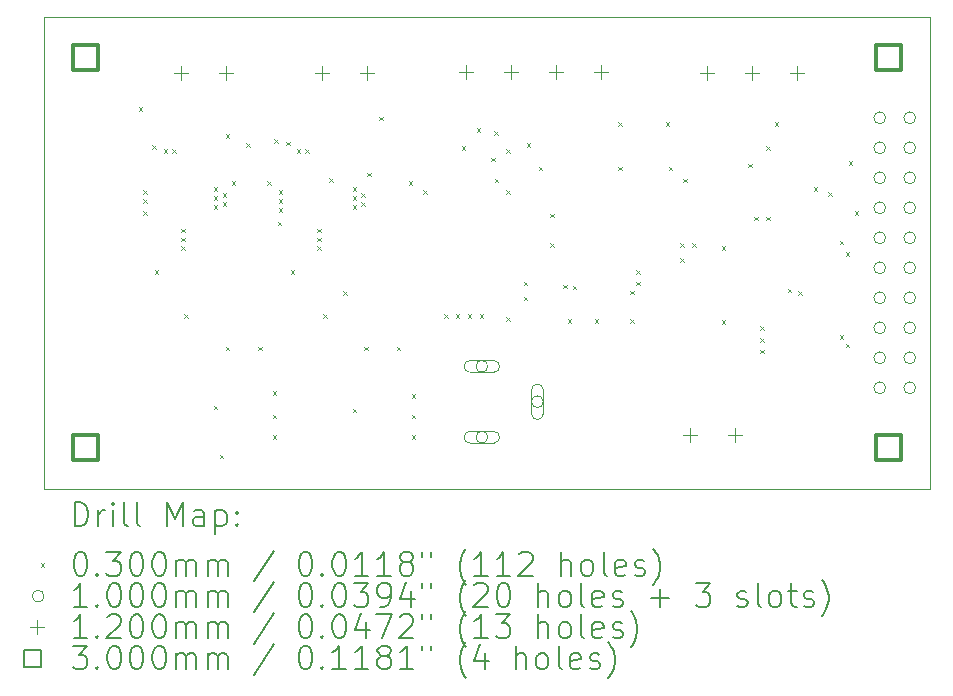
<source format=gbr>
%TF.GenerationSoftware,KiCad,Pcbnew,8.0.5*%
%TF.CreationDate,2024-11-23T14:45:13-05:00*%
%TF.ProjectId,wesp_card_access,77657370-5f63-4617-9264-5f6163636573,rev?*%
%TF.SameCoordinates,Original*%
%TF.FileFunction,Drillmap*%
%TF.FilePolarity,Positive*%
%FSLAX45Y45*%
G04 Gerber Fmt 4.5, Leading zero omitted, Abs format (unit mm)*
G04 Created by KiCad (PCBNEW 8.0.5) date 2024-11-23 14:45:13*
%MOMM*%
%LPD*%
G01*
G04 APERTURE LIST*
%ADD10C,0.050000*%
%ADD11C,0.200000*%
%ADD12C,0.100000*%
%ADD13C,0.120000*%
%ADD14C,0.300000*%
G04 APERTURE END LIST*
D10*
X10150000Y-7938750D02*
X17650000Y-7938750D01*
X17650000Y-11938750D01*
X10150000Y-11938750D01*
X10150000Y-7938750D01*
D11*
D12*
X10950000Y-8707500D02*
X10980000Y-8737500D01*
X10980000Y-8707500D02*
X10950000Y-8737500D01*
X10985000Y-9410000D02*
X11015000Y-9440000D01*
X11015000Y-9410000D02*
X10985000Y-9440000D01*
X10985000Y-9485000D02*
X11015000Y-9515000D01*
X11015000Y-9485000D02*
X10985000Y-9515000D01*
X10985000Y-9585000D02*
X11015000Y-9615000D01*
X11015000Y-9585000D02*
X10985000Y-9615000D01*
X11064642Y-9029887D02*
X11094642Y-9059887D01*
X11094642Y-9029887D02*
X11064642Y-9059887D01*
X11085000Y-10085000D02*
X11115000Y-10115000D01*
X11115000Y-10085000D02*
X11085000Y-10115000D01*
X11160000Y-9060000D02*
X11190000Y-9090000D01*
X11190000Y-9060000D02*
X11160000Y-9090000D01*
X11235000Y-9060000D02*
X11265000Y-9090000D01*
X11265000Y-9060000D02*
X11235000Y-9090000D01*
X11310000Y-9735000D02*
X11340000Y-9765000D01*
X11340000Y-9735000D02*
X11310000Y-9765000D01*
X11310000Y-9810000D02*
X11340000Y-9840000D01*
X11340000Y-9810000D02*
X11310000Y-9840000D01*
X11310000Y-9885000D02*
X11340000Y-9915000D01*
X11340000Y-9885000D02*
X11310000Y-9915000D01*
X11335000Y-10460000D02*
X11365000Y-10490000D01*
X11365000Y-10460000D02*
X11335000Y-10490000D01*
X11585000Y-9385000D02*
X11615000Y-9415000D01*
X11615000Y-9385000D02*
X11585000Y-9415000D01*
X11585000Y-9460000D02*
X11615000Y-9490000D01*
X11615000Y-9460000D02*
X11585000Y-9490000D01*
X11585000Y-9535000D02*
X11615000Y-9565000D01*
X11615000Y-9535000D02*
X11585000Y-9565000D01*
X11585000Y-11235000D02*
X11615000Y-11265000D01*
X11615000Y-11235000D02*
X11585000Y-11265000D01*
X11635000Y-11650000D02*
X11665000Y-11680000D01*
X11665000Y-11650000D02*
X11635000Y-11680000D01*
X11660000Y-9435000D02*
X11690000Y-9465000D01*
X11690000Y-9435000D02*
X11660000Y-9465000D01*
X11660000Y-9510000D02*
X11690000Y-9540000D01*
X11690000Y-9510000D02*
X11660000Y-9540000D01*
X11685000Y-8935000D02*
X11715000Y-8965000D01*
X11715000Y-8935000D02*
X11685000Y-8965000D01*
X11685000Y-10735000D02*
X11715000Y-10765000D01*
X11715000Y-10735000D02*
X11685000Y-10765000D01*
X11735000Y-9335000D02*
X11765000Y-9365000D01*
X11765000Y-9335000D02*
X11735000Y-9365000D01*
X11860000Y-9010000D02*
X11890000Y-9040000D01*
X11890000Y-9010000D02*
X11860000Y-9040000D01*
X11960000Y-10735000D02*
X11990000Y-10765000D01*
X11990000Y-10735000D02*
X11960000Y-10765000D01*
X12035000Y-9335000D02*
X12065000Y-9365000D01*
X12065000Y-9335000D02*
X12035000Y-9365000D01*
X12085000Y-11110000D02*
X12115000Y-11140000D01*
X12115000Y-11110000D02*
X12085000Y-11140000D01*
X12085000Y-11310000D02*
X12115000Y-11340000D01*
X12115000Y-11310000D02*
X12085000Y-11340000D01*
X12085000Y-11485000D02*
X12115000Y-11515000D01*
X12115000Y-11485000D02*
X12085000Y-11515000D01*
X12095000Y-8977500D02*
X12125000Y-9007500D01*
X12125000Y-8977500D02*
X12095000Y-9007500D01*
X12127500Y-9677500D02*
X12157500Y-9707500D01*
X12157500Y-9677500D02*
X12127500Y-9707500D01*
X12135000Y-9410000D02*
X12165000Y-9440000D01*
X12165000Y-9410000D02*
X12135000Y-9440000D01*
X12135000Y-9485000D02*
X12165000Y-9515000D01*
X12165000Y-9485000D02*
X12135000Y-9515000D01*
X12135000Y-9560000D02*
X12165000Y-9590000D01*
X12165000Y-9560000D02*
X12135000Y-9590000D01*
X12197500Y-8997500D02*
X12227500Y-9027500D01*
X12227500Y-8997500D02*
X12197500Y-9027500D01*
X12235000Y-10085000D02*
X12265000Y-10115000D01*
X12265000Y-10085000D02*
X12235000Y-10115000D01*
X12285000Y-9060000D02*
X12315000Y-9090000D01*
X12315000Y-9060000D02*
X12285000Y-9090000D01*
X12360000Y-9060000D02*
X12390000Y-9090000D01*
X12390000Y-9060000D02*
X12360000Y-9090000D01*
X12460000Y-9735000D02*
X12490000Y-9765000D01*
X12490000Y-9735000D02*
X12460000Y-9765000D01*
X12460000Y-9810000D02*
X12490000Y-9840000D01*
X12490000Y-9810000D02*
X12460000Y-9840000D01*
X12460000Y-9885000D02*
X12490000Y-9915000D01*
X12490000Y-9885000D02*
X12460000Y-9915000D01*
X12510000Y-10460000D02*
X12540000Y-10490000D01*
X12540000Y-10460000D02*
X12510000Y-10490000D01*
X12560000Y-9305870D02*
X12590000Y-9335870D01*
X12590000Y-9305870D02*
X12560000Y-9335870D01*
X12682250Y-10262500D02*
X12712250Y-10292500D01*
X12712250Y-10262500D02*
X12682250Y-10292500D01*
X12760000Y-9385000D02*
X12790000Y-9415000D01*
X12790000Y-9385000D02*
X12760000Y-9415000D01*
X12760000Y-9460000D02*
X12790000Y-9490000D01*
X12790000Y-9460000D02*
X12760000Y-9490000D01*
X12760000Y-9535000D02*
X12790000Y-9565000D01*
X12790000Y-9535000D02*
X12760000Y-9565000D01*
X12760000Y-11260000D02*
X12790000Y-11290000D01*
X12790000Y-11260000D02*
X12760000Y-11290000D01*
X12835000Y-9435000D02*
X12865000Y-9465000D01*
X12865000Y-9435000D02*
X12835000Y-9465000D01*
X12835000Y-9510000D02*
X12865000Y-9540000D01*
X12865000Y-9510000D02*
X12835000Y-9540000D01*
X12860000Y-10735000D02*
X12890000Y-10765000D01*
X12890000Y-10735000D02*
X12860000Y-10765000D01*
X12885000Y-9260000D02*
X12915000Y-9290000D01*
X12915000Y-9260000D02*
X12885000Y-9290000D01*
X12985000Y-8785000D02*
X13015000Y-8815000D01*
X13015000Y-8785000D02*
X12985000Y-8815000D01*
X13135000Y-10735000D02*
X13165000Y-10765000D01*
X13165000Y-10735000D02*
X13135000Y-10765000D01*
X13235000Y-9335000D02*
X13265000Y-9365000D01*
X13265000Y-9335000D02*
X13235000Y-9365000D01*
X13260000Y-11135000D02*
X13290000Y-11165000D01*
X13290000Y-11135000D02*
X13260000Y-11165000D01*
X13260000Y-11310000D02*
X13290000Y-11340000D01*
X13290000Y-11310000D02*
X13260000Y-11340000D01*
X13260000Y-11485000D02*
X13290000Y-11515000D01*
X13290000Y-11485000D02*
X13260000Y-11515000D01*
X13360000Y-9410000D02*
X13390000Y-9440000D01*
X13390000Y-9410000D02*
X13360000Y-9440000D01*
X13535000Y-10460000D02*
X13565000Y-10490000D01*
X13565000Y-10460000D02*
X13535000Y-10490000D01*
X13635000Y-10460000D02*
X13665000Y-10490000D01*
X13665000Y-10460000D02*
X13635000Y-10490000D01*
X13685000Y-9035000D02*
X13715000Y-9065000D01*
X13715000Y-9035000D02*
X13685000Y-9065000D01*
X13735000Y-10460000D02*
X13765000Y-10490000D01*
X13765000Y-10460000D02*
X13735000Y-10490000D01*
X13810000Y-8885000D02*
X13840000Y-8915000D01*
X13840000Y-8885000D02*
X13810000Y-8915000D01*
X13835000Y-10460000D02*
X13865000Y-10490000D01*
X13865000Y-10460000D02*
X13835000Y-10490000D01*
X13935000Y-9135000D02*
X13965000Y-9165000D01*
X13965000Y-9135000D02*
X13935000Y-9165000D01*
X13960000Y-8910000D02*
X13990000Y-8940000D01*
X13990000Y-8910000D02*
X13960000Y-8940000D01*
X13962500Y-9310000D02*
X13992500Y-9340000D01*
X13992500Y-9310000D02*
X13962500Y-9340000D01*
X14060000Y-9060000D02*
X14090000Y-9090000D01*
X14090000Y-9060000D02*
X14060000Y-9090000D01*
X14060000Y-9410000D02*
X14090000Y-9440000D01*
X14090000Y-9410000D02*
X14060000Y-9440000D01*
X14060000Y-10485000D02*
X14090000Y-10515000D01*
X14090000Y-10485000D02*
X14060000Y-10515000D01*
X14210000Y-10185000D02*
X14240000Y-10215000D01*
X14240000Y-10185000D02*
X14210000Y-10215000D01*
X14210000Y-10310000D02*
X14240000Y-10340000D01*
X14240000Y-10310000D02*
X14210000Y-10340000D01*
X14235000Y-9010000D02*
X14265000Y-9040000D01*
X14265000Y-9010000D02*
X14235000Y-9040000D01*
X14335000Y-9210000D02*
X14365000Y-9240000D01*
X14365000Y-9210000D02*
X14335000Y-9240000D01*
X14435000Y-9610000D02*
X14465000Y-9640000D01*
X14465000Y-9610000D02*
X14435000Y-9640000D01*
X14435000Y-9860000D02*
X14465000Y-9890000D01*
X14465000Y-9860000D02*
X14435000Y-9890000D01*
X14545000Y-10207500D02*
X14575000Y-10237500D01*
X14575000Y-10207500D02*
X14545000Y-10237500D01*
X14580000Y-10500000D02*
X14610000Y-10530000D01*
X14610000Y-10500000D02*
X14580000Y-10530000D01*
X14624298Y-10218073D02*
X14654298Y-10248073D01*
X14654298Y-10218073D02*
X14624298Y-10248073D01*
X14809853Y-10500000D02*
X14839853Y-10530000D01*
X14839853Y-10500000D02*
X14809853Y-10530000D01*
X15010000Y-8835000D02*
X15040000Y-8865000D01*
X15040000Y-8835000D02*
X15010000Y-8865000D01*
X15010000Y-9210000D02*
X15040000Y-9240000D01*
X15040000Y-9210000D02*
X15010000Y-9240000D01*
X15110000Y-10260000D02*
X15140000Y-10290000D01*
X15140000Y-10260000D02*
X15110000Y-10290000D01*
X15110000Y-10500000D02*
X15140000Y-10530000D01*
X15140000Y-10500000D02*
X15110000Y-10530000D01*
X15160000Y-10085000D02*
X15190000Y-10115000D01*
X15190000Y-10085000D02*
X15160000Y-10115000D01*
X15160000Y-10185000D02*
X15190000Y-10215000D01*
X15190000Y-10185000D02*
X15160000Y-10215000D01*
X15410000Y-8835000D02*
X15440000Y-8865000D01*
X15440000Y-8835000D02*
X15410000Y-8865000D01*
X15435000Y-9210000D02*
X15465000Y-9240000D01*
X15465000Y-9210000D02*
X15435000Y-9240000D01*
X15535000Y-9860000D02*
X15565000Y-9890000D01*
X15565000Y-9860000D02*
X15535000Y-9890000D01*
X15535000Y-9985000D02*
X15565000Y-10015000D01*
X15565000Y-9985000D02*
X15535000Y-10015000D01*
X15560000Y-9310000D02*
X15590000Y-9340000D01*
X15590000Y-9310000D02*
X15560000Y-9340000D01*
X15635000Y-9860000D02*
X15665000Y-9890000D01*
X15665000Y-9860000D02*
X15635000Y-9890000D01*
X15885000Y-9885000D02*
X15915000Y-9915000D01*
X15915000Y-9885000D02*
X15885000Y-9915000D01*
X15885000Y-10510000D02*
X15915000Y-10540000D01*
X15915000Y-10510000D02*
X15885000Y-10540000D01*
X16110000Y-9185000D02*
X16140000Y-9215000D01*
X16140000Y-9185000D02*
X16110000Y-9215000D01*
X16160000Y-9635000D02*
X16190000Y-9665000D01*
X16190000Y-9635000D02*
X16160000Y-9665000D01*
X16210000Y-10560000D02*
X16240000Y-10590000D01*
X16240000Y-10560000D02*
X16210000Y-10590000D01*
X16210000Y-10660000D02*
X16240000Y-10690000D01*
X16240000Y-10660000D02*
X16210000Y-10690000D01*
X16210000Y-10760000D02*
X16240000Y-10790000D01*
X16240000Y-10760000D02*
X16210000Y-10790000D01*
X16260000Y-9035000D02*
X16290000Y-9065000D01*
X16290000Y-9035000D02*
X16260000Y-9065000D01*
X16260000Y-9635000D02*
X16290000Y-9665000D01*
X16290000Y-9635000D02*
X16260000Y-9665000D01*
X16335000Y-8835000D02*
X16365000Y-8865000D01*
X16365000Y-8835000D02*
X16335000Y-8865000D01*
X16445000Y-10245000D02*
X16475000Y-10275000D01*
X16475000Y-10245000D02*
X16445000Y-10275000D01*
X16535000Y-10265000D02*
X16565000Y-10295000D01*
X16565000Y-10265000D02*
X16535000Y-10295000D01*
X16665000Y-9385000D02*
X16695000Y-9415000D01*
X16695000Y-9385000D02*
X16665000Y-9415000D01*
X16785000Y-9425000D02*
X16815000Y-9455000D01*
X16815000Y-9425000D02*
X16785000Y-9455000D01*
X16885000Y-9835000D02*
X16915000Y-9865000D01*
X16915000Y-9835000D02*
X16885000Y-9865000D01*
X16885000Y-10635000D02*
X16915000Y-10665000D01*
X16915000Y-10635000D02*
X16885000Y-10665000D01*
X16935000Y-9935000D02*
X16965000Y-9965000D01*
X16965000Y-9935000D02*
X16935000Y-9965000D01*
X16935000Y-10710000D02*
X16965000Y-10740000D01*
X16965000Y-10710000D02*
X16935000Y-10740000D01*
X16960000Y-9164500D02*
X16990000Y-9194500D01*
X16990000Y-9164500D02*
X16960000Y-9194500D01*
X17010000Y-9585000D02*
X17040000Y-9615000D01*
X17040000Y-9585000D02*
X17010000Y-9615000D01*
X13904250Y-10900000D02*
G75*
G02*
X13804250Y-10900000I-50000J0D01*
G01*
X13804250Y-10900000D02*
G75*
G02*
X13904250Y-10900000I50000J0D01*
G01*
X13754250Y-10950000D02*
X13954250Y-10950000D01*
X13954250Y-10850000D02*
G75*
G02*
X13954250Y-10950000I0J-50000D01*
G01*
X13954250Y-10850000D02*
X13754250Y-10850000D01*
X13754250Y-10850000D02*
G75*
G03*
X13754250Y-10950000I0J-50000D01*
G01*
X13904250Y-11500000D02*
G75*
G02*
X13804250Y-11500000I-50000J0D01*
G01*
X13804250Y-11500000D02*
G75*
G02*
X13904250Y-11500000I50000J0D01*
G01*
X13754250Y-11550000D02*
X13954250Y-11550000D01*
X13954250Y-11450000D02*
G75*
G02*
X13954250Y-11550000I0J-50000D01*
G01*
X13954250Y-11450000D02*
X13754250Y-11450000D01*
X13754250Y-11450000D02*
G75*
G03*
X13754250Y-11550000I0J-50000D01*
G01*
X14374250Y-11200000D02*
G75*
G02*
X14274250Y-11200000I-50000J0D01*
G01*
X14274250Y-11200000D02*
G75*
G02*
X14374250Y-11200000I50000J0D01*
G01*
X14374250Y-11300000D02*
X14374250Y-11100000D01*
X14274250Y-11100000D02*
G75*
G02*
X14374250Y-11100000I50000J0D01*
G01*
X14274250Y-11100000D02*
X14274250Y-11300000D01*
X14274250Y-11300000D02*
G75*
G03*
X14374250Y-11300000I50000J0D01*
G01*
X17273000Y-8795750D02*
G75*
G02*
X17173000Y-8795750I-50000J0D01*
G01*
X17173000Y-8795750D02*
G75*
G02*
X17273000Y-8795750I50000J0D01*
G01*
X17273000Y-9049750D02*
G75*
G02*
X17173000Y-9049750I-50000J0D01*
G01*
X17173000Y-9049750D02*
G75*
G02*
X17273000Y-9049750I50000J0D01*
G01*
X17273000Y-9303750D02*
G75*
G02*
X17173000Y-9303750I-50000J0D01*
G01*
X17173000Y-9303750D02*
G75*
G02*
X17273000Y-9303750I50000J0D01*
G01*
X17273000Y-9557750D02*
G75*
G02*
X17173000Y-9557750I-50000J0D01*
G01*
X17173000Y-9557750D02*
G75*
G02*
X17273000Y-9557750I50000J0D01*
G01*
X17273000Y-9811750D02*
G75*
G02*
X17173000Y-9811750I-50000J0D01*
G01*
X17173000Y-9811750D02*
G75*
G02*
X17273000Y-9811750I50000J0D01*
G01*
X17273000Y-10065750D02*
G75*
G02*
X17173000Y-10065750I-50000J0D01*
G01*
X17173000Y-10065750D02*
G75*
G02*
X17273000Y-10065750I50000J0D01*
G01*
X17273000Y-10319750D02*
G75*
G02*
X17173000Y-10319750I-50000J0D01*
G01*
X17173000Y-10319750D02*
G75*
G02*
X17273000Y-10319750I50000J0D01*
G01*
X17273000Y-10573750D02*
G75*
G02*
X17173000Y-10573750I-50000J0D01*
G01*
X17173000Y-10573750D02*
G75*
G02*
X17273000Y-10573750I50000J0D01*
G01*
X17273000Y-10827750D02*
G75*
G02*
X17173000Y-10827750I-50000J0D01*
G01*
X17173000Y-10827750D02*
G75*
G02*
X17273000Y-10827750I50000J0D01*
G01*
X17273000Y-11081750D02*
G75*
G02*
X17173000Y-11081750I-50000J0D01*
G01*
X17173000Y-11081750D02*
G75*
G02*
X17273000Y-11081750I50000J0D01*
G01*
X17527000Y-8795750D02*
G75*
G02*
X17427000Y-8795750I-50000J0D01*
G01*
X17427000Y-8795750D02*
G75*
G02*
X17527000Y-8795750I50000J0D01*
G01*
X17527000Y-9049750D02*
G75*
G02*
X17427000Y-9049750I-50000J0D01*
G01*
X17427000Y-9049750D02*
G75*
G02*
X17527000Y-9049750I50000J0D01*
G01*
X17527000Y-9303750D02*
G75*
G02*
X17427000Y-9303750I-50000J0D01*
G01*
X17427000Y-9303750D02*
G75*
G02*
X17527000Y-9303750I50000J0D01*
G01*
X17527000Y-9557750D02*
G75*
G02*
X17427000Y-9557750I-50000J0D01*
G01*
X17427000Y-9557750D02*
G75*
G02*
X17527000Y-9557750I50000J0D01*
G01*
X17527000Y-9811750D02*
G75*
G02*
X17427000Y-9811750I-50000J0D01*
G01*
X17427000Y-9811750D02*
G75*
G02*
X17527000Y-9811750I50000J0D01*
G01*
X17527000Y-10065750D02*
G75*
G02*
X17427000Y-10065750I-50000J0D01*
G01*
X17427000Y-10065750D02*
G75*
G02*
X17527000Y-10065750I50000J0D01*
G01*
X17527000Y-10319750D02*
G75*
G02*
X17427000Y-10319750I-50000J0D01*
G01*
X17427000Y-10319750D02*
G75*
G02*
X17527000Y-10319750I50000J0D01*
G01*
X17527000Y-10573750D02*
G75*
G02*
X17427000Y-10573750I-50000J0D01*
G01*
X17427000Y-10573750D02*
G75*
G02*
X17527000Y-10573750I50000J0D01*
G01*
X17527000Y-10827750D02*
G75*
G02*
X17427000Y-10827750I-50000J0D01*
G01*
X17427000Y-10827750D02*
G75*
G02*
X17527000Y-10827750I50000J0D01*
G01*
X17527000Y-11081750D02*
G75*
G02*
X17427000Y-11081750I-50000J0D01*
G01*
X17427000Y-11081750D02*
G75*
G02*
X17527000Y-11081750I50000J0D01*
G01*
D13*
X11304000Y-8358250D02*
X11304000Y-8478250D01*
X11244000Y-8418250D02*
X11364000Y-8418250D01*
X11685000Y-8358250D02*
X11685000Y-8478250D01*
X11625000Y-8418250D02*
X11745000Y-8418250D01*
X12504000Y-8358250D02*
X12504000Y-8478250D01*
X12444000Y-8418250D02*
X12564000Y-8418250D01*
X12885000Y-8358250D02*
X12885000Y-8478250D01*
X12825000Y-8418250D02*
X12945000Y-8418250D01*
X13723000Y-8351500D02*
X13723000Y-8471500D01*
X13663000Y-8411500D02*
X13783000Y-8411500D01*
X14104000Y-8351500D02*
X14104000Y-8471500D01*
X14044000Y-8411500D02*
X14164000Y-8411500D01*
X14485000Y-8351500D02*
X14485000Y-8471500D01*
X14425000Y-8411500D02*
X14545000Y-8411500D01*
X14866000Y-8351500D02*
X14866000Y-8471500D01*
X14806000Y-8411500D02*
X14926000Y-8411500D01*
X15615000Y-11421750D02*
X15615000Y-11541750D01*
X15555000Y-11481750D02*
X15675000Y-11481750D01*
X15763500Y-8358250D02*
X15763500Y-8478250D01*
X15703500Y-8418250D02*
X15823500Y-8418250D01*
X15996000Y-11421750D02*
X15996000Y-11541750D01*
X15936000Y-11481750D02*
X16056000Y-11481750D01*
X16144500Y-8358250D02*
X16144500Y-8478250D01*
X16084500Y-8418250D02*
X16204500Y-8418250D01*
X16525500Y-8358250D02*
X16525500Y-8478250D01*
X16465500Y-8418250D02*
X16585500Y-8418250D01*
D14*
X10606067Y-8394817D02*
X10606067Y-8182683D01*
X10393933Y-8182683D01*
X10393933Y-8394817D01*
X10606067Y-8394817D01*
X10606067Y-11694817D02*
X10606067Y-11482683D01*
X10393933Y-11482683D01*
X10393933Y-11694817D01*
X10606067Y-11694817D01*
X17406067Y-8394817D02*
X17406067Y-8182683D01*
X17193933Y-8182683D01*
X17193933Y-8394817D01*
X17406067Y-8394817D01*
X17406067Y-11694817D02*
X17406067Y-11482683D01*
X17193933Y-11482683D01*
X17193933Y-11694817D01*
X17406067Y-11694817D01*
D11*
X10408277Y-12252734D02*
X10408277Y-12052734D01*
X10408277Y-12052734D02*
X10455896Y-12052734D01*
X10455896Y-12052734D02*
X10484467Y-12062258D01*
X10484467Y-12062258D02*
X10503515Y-12081305D01*
X10503515Y-12081305D02*
X10513039Y-12100353D01*
X10513039Y-12100353D02*
X10522563Y-12138448D01*
X10522563Y-12138448D02*
X10522563Y-12167019D01*
X10522563Y-12167019D02*
X10513039Y-12205115D01*
X10513039Y-12205115D02*
X10503515Y-12224162D01*
X10503515Y-12224162D02*
X10484467Y-12243210D01*
X10484467Y-12243210D02*
X10455896Y-12252734D01*
X10455896Y-12252734D02*
X10408277Y-12252734D01*
X10608277Y-12252734D02*
X10608277Y-12119400D01*
X10608277Y-12157496D02*
X10617801Y-12138448D01*
X10617801Y-12138448D02*
X10627324Y-12128924D01*
X10627324Y-12128924D02*
X10646372Y-12119400D01*
X10646372Y-12119400D02*
X10665420Y-12119400D01*
X10732086Y-12252734D02*
X10732086Y-12119400D01*
X10732086Y-12052734D02*
X10722563Y-12062258D01*
X10722563Y-12062258D02*
X10732086Y-12071781D01*
X10732086Y-12071781D02*
X10741610Y-12062258D01*
X10741610Y-12062258D02*
X10732086Y-12052734D01*
X10732086Y-12052734D02*
X10732086Y-12071781D01*
X10855896Y-12252734D02*
X10836848Y-12243210D01*
X10836848Y-12243210D02*
X10827324Y-12224162D01*
X10827324Y-12224162D02*
X10827324Y-12052734D01*
X10960658Y-12252734D02*
X10941610Y-12243210D01*
X10941610Y-12243210D02*
X10932086Y-12224162D01*
X10932086Y-12224162D02*
X10932086Y-12052734D01*
X11189229Y-12252734D02*
X11189229Y-12052734D01*
X11189229Y-12052734D02*
X11255896Y-12195591D01*
X11255896Y-12195591D02*
X11322562Y-12052734D01*
X11322562Y-12052734D02*
X11322562Y-12252734D01*
X11503515Y-12252734D02*
X11503515Y-12147972D01*
X11503515Y-12147972D02*
X11493991Y-12128924D01*
X11493991Y-12128924D02*
X11474943Y-12119400D01*
X11474943Y-12119400D02*
X11436848Y-12119400D01*
X11436848Y-12119400D02*
X11417801Y-12128924D01*
X11503515Y-12243210D02*
X11484467Y-12252734D01*
X11484467Y-12252734D02*
X11436848Y-12252734D01*
X11436848Y-12252734D02*
X11417801Y-12243210D01*
X11417801Y-12243210D02*
X11408277Y-12224162D01*
X11408277Y-12224162D02*
X11408277Y-12205115D01*
X11408277Y-12205115D02*
X11417801Y-12186067D01*
X11417801Y-12186067D02*
X11436848Y-12176543D01*
X11436848Y-12176543D02*
X11484467Y-12176543D01*
X11484467Y-12176543D02*
X11503515Y-12167019D01*
X11598753Y-12119400D02*
X11598753Y-12319400D01*
X11598753Y-12128924D02*
X11617801Y-12119400D01*
X11617801Y-12119400D02*
X11655896Y-12119400D01*
X11655896Y-12119400D02*
X11674943Y-12128924D01*
X11674943Y-12128924D02*
X11684467Y-12138448D01*
X11684467Y-12138448D02*
X11693991Y-12157496D01*
X11693991Y-12157496D02*
X11693991Y-12214638D01*
X11693991Y-12214638D02*
X11684467Y-12233686D01*
X11684467Y-12233686D02*
X11674943Y-12243210D01*
X11674943Y-12243210D02*
X11655896Y-12252734D01*
X11655896Y-12252734D02*
X11617801Y-12252734D01*
X11617801Y-12252734D02*
X11598753Y-12243210D01*
X11779705Y-12233686D02*
X11789229Y-12243210D01*
X11789229Y-12243210D02*
X11779705Y-12252734D01*
X11779705Y-12252734D02*
X11770182Y-12243210D01*
X11770182Y-12243210D02*
X11779705Y-12233686D01*
X11779705Y-12233686D02*
X11779705Y-12252734D01*
X11779705Y-12128924D02*
X11789229Y-12138448D01*
X11789229Y-12138448D02*
X11779705Y-12147972D01*
X11779705Y-12147972D02*
X11770182Y-12138448D01*
X11770182Y-12138448D02*
X11779705Y-12128924D01*
X11779705Y-12128924D02*
X11779705Y-12147972D01*
D12*
X10117500Y-12566250D02*
X10147500Y-12596250D01*
X10147500Y-12566250D02*
X10117500Y-12596250D01*
D11*
X10446372Y-12472734D02*
X10465420Y-12472734D01*
X10465420Y-12472734D02*
X10484467Y-12482258D01*
X10484467Y-12482258D02*
X10493991Y-12491781D01*
X10493991Y-12491781D02*
X10503515Y-12510829D01*
X10503515Y-12510829D02*
X10513039Y-12548924D01*
X10513039Y-12548924D02*
X10513039Y-12596543D01*
X10513039Y-12596543D02*
X10503515Y-12634638D01*
X10503515Y-12634638D02*
X10493991Y-12653686D01*
X10493991Y-12653686D02*
X10484467Y-12663210D01*
X10484467Y-12663210D02*
X10465420Y-12672734D01*
X10465420Y-12672734D02*
X10446372Y-12672734D01*
X10446372Y-12672734D02*
X10427324Y-12663210D01*
X10427324Y-12663210D02*
X10417801Y-12653686D01*
X10417801Y-12653686D02*
X10408277Y-12634638D01*
X10408277Y-12634638D02*
X10398753Y-12596543D01*
X10398753Y-12596543D02*
X10398753Y-12548924D01*
X10398753Y-12548924D02*
X10408277Y-12510829D01*
X10408277Y-12510829D02*
X10417801Y-12491781D01*
X10417801Y-12491781D02*
X10427324Y-12482258D01*
X10427324Y-12482258D02*
X10446372Y-12472734D01*
X10598753Y-12653686D02*
X10608277Y-12663210D01*
X10608277Y-12663210D02*
X10598753Y-12672734D01*
X10598753Y-12672734D02*
X10589229Y-12663210D01*
X10589229Y-12663210D02*
X10598753Y-12653686D01*
X10598753Y-12653686D02*
X10598753Y-12672734D01*
X10674944Y-12472734D02*
X10798753Y-12472734D01*
X10798753Y-12472734D02*
X10732086Y-12548924D01*
X10732086Y-12548924D02*
X10760658Y-12548924D01*
X10760658Y-12548924D02*
X10779705Y-12558448D01*
X10779705Y-12558448D02*
X10789229Y-12567972D01*
X10789229Y-12567972D02*
X10798753Y-12587019D01*
X10798753Y-12587019D02*
X10798753Y-12634638D01*
X10798753Y-12634638D02*
X10789229Y-12653686D01*
X10789229Y-12653686D02*
X10779705Y-12663210D01*
X10779705Y-12663210D02*
X10760658Y-12672734D01*
X10760658Y-12672734D02*
X10703515Y-12672734D01*
X10703515Y-12672734D02*
X10684467Y-12663210D01*
X10684467Y-12663210D02*
X10674944Y-12653686D01*
X10922563Y-12472734D02*
X10941610Y-12472734D01*
X10941610Y-12472734D02*
X10960658Y-12482258D01*
X10960658Y-12482258D02*
X10970182Y-12491781D01*
X10970182Y-12491781D02*
X10979705Y-12510829D01*
X10979705Y-12510829D02*
X10989229Y-12548924D01*
X10989229Y-12548924D02*
X10989229Y-12596543D01*
X10989229Y-12596543D02*
X10979705Y-12634638D01*
X10979705Y-12634638D02*
X10970182Y-12653686D01*
X10970182Y-12653686D02*
X10960658Y-12663210D01*
X10960658Y-12663210D02*
X10941610Y-12672734D01*
X10941610Y-12672734D02*
X10922563Y-12672734D01*
X10922563Y-12672734D02*
X10903515Y-12663210D01*
X10903515Y-12663210D02*
X10893991Y-12653686D01*
X10893991Y-12653686D02*
X10884467Y-12634638D01*
X10884467Y-12634638D02*
X10874944Y-12596543D01*
X10874944Y-12596543D02*
X10874944Y-12548924D01*
X10874944Y-12548924D02*
X10884467Y-12510829D01*
X10884467Y-12510829D02*
X10893991Y-12491781D01*
X10893991Y-12491781D02*
X10903515Y-12482258D01*
X10903515Y-12482258D02*
X10922563Y-12472734D01*
X11113039Y-12472734D02*
X11132086Y-12472734D01*
X11132086Y-12472734D02*
X11151134Y-12482258D01*
X11151134Y-12482258D02*
X11160658Y-12491781D01*
X11160658Y-12491781D02*
X11170182Y-12510829D01*
X11170182Y-12510829D02*
X11179705Y-12548924D01*
X11179705Y-12548924D02*
X11179705Y-12596543D01*
X11179705Y-12596543D02*
X11170182Y-12634638D01*
X11170182Y-12634638D02*
X11160658Y-12653686D01*
X11160658Y-12653686D02*
X11151134Y-12663210D01*
X11151134Y-12663210D02*
X11132086Y-12672734D01*
X11132086Y-12672734D02*
X11113039Y-12672734D01*
X11113039Y-12672734D02*
X11093991Y-12663210D01*
X11093991Y-12663210D02*
X11084467Y-12653686D01*
X11084467Y-12653686D02*
X11074944Y-12634638D01*
X11074944Y-12634638D02*
X11065420Y-12596543D01*
X11065420Y-12596543D02*
X11065420Y-12548924D01*
X11065420Y-12548924D02*
X11074944Y-12510829D01*
X11074944Y-12510829D02*
X11084467Y-12491781D01*
X11084467Y-12491781D02*
X11093991Y-12482258D01*
X11093991Y-12482258D02*
X11113039Y-12472734D01*
X11265420Y-12672734D02*
X11265420Y-12539400D01*
X11265420Y-12558448D02*
X11274943Y-12548924D01*
X11274943Y-12548924D02*
X11293991Y-12539400D01*
X11293991Y-12539400D02*
X11322563Y-12539400D01*
X11322563Y-12539400D02*
X11341610Y-12548924D01*
X11341610Y-12548924D02*
X11351134Y-12567972D01*
X11351134Y-12567972D02*
X11351134Y-12672734D01*
X11351134Y-12567972D02*
X11360658Y-12548924D01*
X11360658Y-12548924D02*
X11379705Y-12539400D01*
X11379705Y-12539400D02*
X11408277Y-12539400D01*
X11408277Y-12539400D02*
X11427324Y-12548924D01*
X11427324Y-12548924D02*
X11436848Y-12567972D01*
X11436848Y-12567972D02*
X11436848Y-12672734D01*
X11532086Y-12672734D02*
X11532086Y-12539400D01*
X11532086Y-12558448D02*
X11541610Y-12548924D01*
X11541610Y-12548924D02*
X11560658Y-12539400D01*
X11560658Y-12539400D02*
X11589229Y-12539400D01*
X11589229Y-12539400D02*
X11608277Y-12548924D01*
X11608277Y-12548924D02*
X11617801Y-12567972D01*
X11617801Y-12567972D02*
X11617801Y-12672734D01*
X11617801Y-12567972D02*
X11627324Y-12548924D01*
X11627324Y-12548924D02*
X11646372Y-12539400D01*
X11646372Y-12539400D02*
X11674943Y-12539400D01*
X11674943Y-12539400D02*
X11693991Y-12548924D01*
X11693991Y-12548924D02*
X11703515Y-12567972D01*
X11703515Y-12567972D02*
X11703515Y-12672734D01*
X12093991Y-12463210D02*
X11922563Y-12720353D01*
X12351134Y-12472734D02*
X12370182Y-12472734D01*
X12370182Y-12472734D02*
X12389229Y-12482258D01*
X12389229Y-12482258D02*
X12398753Y-12491781D01*
X12398753Y-12491781D02*
X12408277Y-12510829D01*
X12408277Y-12510829D02*
X12417801Y-12548924D01*
X12417801Y-12548924D02*
X12417801Y-12596543D01*
X12417801Y-12596543D02*
X12408277Y-12634638D01*
X12408277Y-12634638D02*
X12398753Y-12653686D01*
X12398753Y-12653686D02*
X12389229Y-12663210D01*
X12389229Y-12663210D02*
X12370182Y-12672734D01*
X12370182Y-12672734D02*
X12351134Y-12672734D01*
X12351134Y-12672734D02*
X12332086Y-12663210D01*
X12332086Y-12663210D02*
X12322563Y-12653686D01*
X12322563Y-12653686D02*
X12313039Y-12634638D01*
X12313039Y-12634638D02*
X12303515Y-12596543D01*
X12303515Y-12596543D02*
X12303515Y-12548924D01*
X12303515Y-12548924D02*
X12313039Y-12510829D01*
X12313039Y-12510829D02*
X12322563Y-12491781D01*
X12322563Y-12491781D02*
X12332086Y-12482258D01*
X12332086Y-12482258D02*
X12351134Y-12472734D01*
X12503515Y-12653686D02*
X12513039Y-12663210D01*
X12513039Y-12663210D02*
X12503515Y-12672734D01*
X12503515Y-12672734D02*
X12493991Y-12663210D01*
X12493991Y-12663210D02*
X12503515Y-12653686D01*
X12503515Y-12653686D02*
X12503515Y-12672734D01*
X12636848Y-12472734D02*
X12655896Y-12472734D01*
X12655896Y-12472734D02*
X12674944Y-12482258D01*
X12674944Y-12482258D02*
X12684467Y-12491781D01*
X12684467Y-12491781D02*
X12693991Y-12510829D01*
X12693991Y-12510829D02*
X12703515Y-12548924D01*
X12703515Y-12548924D02*
X12703515Y-12596543D01*
X12703515Y-12596543D02*
X12693991Y-12634638D01*
X12693991Y-12634638D02*
X12684467Y-12653686D01*
X12684467Y-12653686D02*
X12674944Y-12663210D01*
X12674944Y-12663210D02*
X12655896Y-12672734D01*
X12655896Y-12672734D02*
X12636848Y-12672734D01*
X12636848Y-12672734D02*
X12617801Y-12663210D01*
X12617801Y-12663210D02*
X12608277Y-12653686D01*
X12608277Y-12653686D02*
X12598753Y-12634638D01*
X12598753Y-12634638D02*
X12589229Y-12596543D01*
X12589229Y-12596543D02*
X12589229Y-12548924D01*
X12589229Y-12548924D02*
X12598753Y-12510829D01*
X12598753Y-12510829D02*
X12608277Y-12491781D01*
X12608277Y-12491781D02*
X12617801Y-12482258D01*
X12617801Y-12482258D02*
X12636848Y-12472734D01*
X12893991Y-12672734D02*
X12779706Y-12672734D01*
X12836848Y-12672734D02*
X12836848Y-12472734D01*
X12836848Y-12472734D02*
X12817801Y-12501305D01*
X12817801Y-12501305D02*
X12798753Y-12520353D01*
X12798753Y-12520353D02*
X12779706Y-12529877D01*
X13084467Y-12672734D02*
X12970182Y-12672734D01*
X13027325Y-12672734D02*
X13027325Y-12472734D01*
X13027325Y-12472734D02*
X13008277Y-12501305D01*
X13008277Y-12501305D02*
X12989229Y-12520353D01*
X12989229Y-12520353D02*
X12970182Y-12529877D01*
X13198753Y-12558448D02*
X13179706Y-12548924D01*
X13179706Y-12548924D02*
X13170182Y-12539400D01*
X13170182Y-12539400D02*
X13160658Y-12520353D01*
X13160658Y-12520353D02*
X13160658Y-12510829D01*
X13160658Y-12510829D02*
X13170182Y-12491781D01*
X13170182Y-12491781D02*
X13179706Y-12482258D01*
X13179706Y-12482258D02*
X13198753Y-12472734D01*
X13198753Y-12472734D02*
X13236848Y-12472734D01*
X13236848Y-12472734D02*
X13255896Y-12482258D01*
X13255896Y-12482258D02*
X13265420Y-12491781D01*
X13265420Y-12491781D02*
X13274944Y-12510829D01*
X13274944Y-12510829D02*
X13274944Y-12520353D01*
X13274944Y-12520353D02*
X13265420Y-12539400D01*
X13265420Y-12539400D02*
X13255896Y-12548924D01*
X13255896Y-12548924D02*
X13236848Y-12558448D01*
X13236848Y-12558448D02*
X13198753Y-12558448D01*
X13198753Y-12558448D02*
X13179706Y-12567972D01*
X13179706Y-12567972D02*
X13170182Y-12577496D01*
X13170182Y-12577496D02*
X13160658Y-12596543D01*
X13160658Y-12596543D02*
X13160658Y-12634638D01*
X13160658Y-12634638D02*
X13170182Y-12653686D01*
X13170182Y-12653686D02*
X13179706Y-12663210D01*
X13179706Y-12663210D02*
X13198753Y-12672734D01*
X13198753Y-12672734D02*
X13236848Y-12672734D01*
X13236848Y-12672734D02*
X13255896Y-12663210D01*
X13255896Y-12663210D02*
X13265420Y-12653686D01*
X13265420Y-12653686D02*
X13274944Y-12634638D01*
X13274944Y-12634638D02*
X13274944Y-12596543D01*
X13274944Y-12596543D02*
X13265420Y-12577496D01*
X13265420Y-12577496D02*
X13255896Y-12567972D01*
X13255896Y-12567972D02*
X13236848Y-12558448D01*
X13351134Y-12472734D02*
X13351134Y-12510829D01*
X13427325Y-12472734D02*
X13427325Y-12510829D01*
X13722563Y-12748924D02*
X13713039Y-12739400D01*
X13713039Y-12739400D02*
X13693991Y-12710829D01*
X13693991Y-12710829D02*
X13684468Y-12691781D01*
X13684468Y-12691781D02*
X13674944Y-12663210D01*
X13674944Y-12663210D02*
X13665420Y-12615591D01*
X13665420Y-12615591D02*
X13665420Y-12577496D01*
X13665420Y-12577496D02*
X13674944Y-12529877D01*
X13674944Y-12529877D02*
X13684468Y-12501305D01*
X13684468Y-12501305D02*
X13693991Y-12482258D01*
X13693991Y-12482258D02*
X13713039Y-12453686D01*
X13713039Y-12453686D02*
X13722563Y-12444162D01*
X13903515Y-12672734D02*
X13789229Y-12672734D01*
X13846372Y-12672734D02*
X13846372Y-12472734D01*
X13846372Y-12472734D02*
X13827325Y-12501305D01*
X13827325Y-12501305D02*
X13808277Y-12520353D01*
X13808277Y-12520353D02*
X13789229Y-12529877D01*
X14093991Y-12672734D02*
X13979706Y-12672734D01*
X14036848Y-12672734D02*
X14036848Y-12472734D01*
X14036848Y-12472734D02*
X14017801Y-12501305D01*
X14017801Y-12501305D02*
X13998753Y-12520353D01*
X13998753Y-12520353D02*
X13979706Y-12529877D01*
X14170182Y-12491781D02*
X14179706Y-12482258D01*
X14179706Y-12482258D02*
X14198753Y-12472734D01*
X14198753Y-12472734D02*
X14246372Y-12472734D01*
X14246372Y-12472734D02*
X14265420Y-12482258D01*
X14265420Y-12482258D02*
X14274944Y-12491781D01*
X14274944Y-12491781D02*
X14284468Y-12510829D01*
X14284468Y-12510829D02*
X14284468Y-12529877D01*
X14284468Y-12529877D02*
X14274944Y-12558448D01*
X14274944Y-12558448D02*
X14160658Y-12672734D01*
X14160658Y-12672734D02*
X14284468Y-12672734D01*
X14522563Y-12672734D02*
X14522563Y-12472734D01*
X14608277Y-12672734D02*
X14608277Y-12567972D01*
X14608277Y-12567972D02*
X14598753Y-12548924D01*
X14598753Y-12548924D02*
X14579706Y-12539400D01*
X14579706Y-12539400D02*
X14551134Y-12539400D01*
X14551134Y-12539400D02*
X14532087Y-12548924D01*
X14532087Y-12548924D02*
X14522563Y-12558448D01*
X14732087Y-12672734D02*
X14713039Y-12663210D01*
X14713039Y-12663210D02*
X14703515Y-12653686D01*
X14703515Y-12653686D02*
X14693991Y-12634638D01*
X14693991Y-12634638D02*
X14693991Y-12577496D01*
X14693991Y-12577496D02*
X14703515Y-12558448D01*
X14703515Y-12558448D02*
X14713039Y-12548924D01*
X14713039Y-12548924D02*
X14732087Y-12539400D01*
X14732087Y-12539400D02*
X14760658Y-12539400D01*
X14760658Y-12539400D02*
X14779706Y-12548924D01*
X14779706Y-12548924D02*
X14789230Y-12558448D01*
X14789230Y-12558448D02*
X14798753Y-12577496D01*
X14798753Y-12577496D02*
X14798753Y-12634638D01*
X14798753Y-12634638D02*
X14789230Y-12653686D01*
X14789230Y-12653686D02*
X14779706Y-12663210D01*
X14779706Y-12663210D02*
X14760658Y-12672734D01*
X14760658Y-12672734D02*
X14732087Y-12672734D01*
X14913039Y-12672734D02*
X14893991Y-12663210D01*
X14893991Y-12663210D02*
X14884468Y-12644162D01*
X14884468Y-12644162D02*
X14884468Y-12472734D01*
X15065420Y-12663210D02*
X15046372Y-12672734D01*
X15046372Y-12672734D02*
X15008277Y-12672734D01*
X15008277Y-12672734D02*
X14989230Y-12663210D01*
X14989230Y-12663210D02*
X14979706Y-12644162D01*
X14979706Y-12644162D02*
X14979706Y-12567972D01*
X14979706Y-12567972D02*
X14989230Y-12548924D01*
X14989230Y-12548924D02*
X15008277Y-12539400D01*
X15008277Y-12539400D02*
X15046372Y-12539400D01*
X15046372Y-12539400D02*
X15065420Y-12548924D01*
X15065420Y-12548924D02*
X15074944Y-12567972D01*
X15074944Y-12567972D02*
X15074944Y-12587019D01*
X15074944Y-12587019D02*
X14979706Y-12606067D01*
X15151134Y-12663210D02*
X15170182Y-12672734D01*
X15170182Y-12672734D02*
X15208277Y-12672734D01*
X15208277Y-12672734D02*
X15227325Y-12663210D01*
X15227325Y-12663210D02*
X15236849Y-12644162D01*
X15236849Y-12644162D02*
X15236849Y-12634638D01*
X15236849Y-12634638D02*
X15227325Y-12615591D01*
X15227325Y-12615591D02*
X15208277Y-12606067D01*
X15208277Y-12606067D02*
X15179706Y-12606067D01*
X15179706Y-12606067D02*
X15160658Y-12596543D01*
X15160658Y-12596543D02*
X15151134Y-12577496D01*
X15151134Y-12577496D02*
X15151134Y-12567972D01*
X15151134Y-12567972D02*
X15160658Y-12548924D01*
X15160658Y-12548924D02*
X15179706Y-12539400D01*
X15179706Y-12539400D02*
X15208277Y-12539400D01*
X15208277Y-12539400D02*
X15227325Y-12548924D01*
X15303515Y-12748924D02*
X15313039Y-12739400D01*
X15313039Y-12739400D02*
X15332087Y-12710829D01*
X15332087Y-12710829D02*
X15341611Y-12691781D01*
X15341611Y-12691781D02*
X15351134Y-12663210D01*
X15351134Y-12663210D02*
X15360658Y-12615591D01*
X15360658Y-12615591D02*
X15360658Y-12577496D01*
X15360658Y-12577496D02*
X15351134Y-12529877D01*
X15351134Y-12529877D02*
X15341611Y-12501305D01*
X15341611Y-12501305D02*
X15332087Y-12482258D01*
X15332087Y-12482258D02*
X15313039Y-12453686D01*
X15313039Y-12453686D02*
X15303515Y-12444162D01*
D12*
X10147500Y-12845250D02*
G75*
G02*
X10047500Y-12845250I-50000J0D01*
G01*
X10047500Y-12845250D02*
G75*
G02*
X10147500Y-12845250I50000J0D01*
G01*
D11*
X10513039Y-12936734D02*
X10398753Y-12936734D01*
X10455896Y-12936734D02*
X10455896Y-12736734D01*
X10455896Y-12736734D02*
X10436848Y-12765305D01*
X10436848Y-12765305D02*
X10417801Y-12784353D01*
X10417801Y-12784353D02*
X10398753Y-12793877D01*
X10598753Y-12917686D02*
X10608277Y-12927210D01*
X10608277Y-12927210D02*
X10598753Y-12936734D01*
X10598753Y-12936734D02*
X10589229Y-12927210D01*
X10589229Y-12927210D02*
X10598753Y-12917686D01*
X10598753Y-12917686D02*
X10598753Y-12936734D01*
X10732086Y-12736734D02*
X10751134Y-12736734D01*
X10751134Y-12736734D02*
X10770182Y-12746258D01*
X10770182Y-12746258D02*
X10779705Y-12755781D01*
X10779705Y-12755781D02*
X10789229Y-12774829D01*
X10789229Y-12774829D02*
X10798753Y-12812924D01*
X10798753Y-12812924D02*
X10798753Y-12860543D01*
X10798753Y-12860543D02*
X10789229Y-12898638D01*
X10789229Y-12898638D02*
X10779705Y-12917686D01*
X10779705Y-12917686D02*
X10770182Y-12927210D01*
X10770182Y-12927210D02*
X10751134Y-12936734D01*
X10751134Y-12936734D02*
X10732086Y-12936734D01*
X10732086Y-12936734D02*
X10713039Y-12927210D01*
X10713039Y-12927210D02*
X10703515Y-12917686D01*
X10703515Y-12917686D02*
X10693991Y-12898638D01*
X10693991Y-12898638D02*
X10684467Y-12860543D01*
X10684467Y-12860543D02*
X10684467Y-12812924D01*
X10684467Y-12812924D02*
X10693991Y-12774829D01*
X10693991Y-12774829D02*
X10703515Y-12755781D01*
X10703515Y-12755781D02*
X10713039Y-12746258D01*
X10713039Y-12746258D02*
X10732086Y-12736734D01*
X10922563Y-12736734D02*
X10941610Y-12736734D01*
X10941610Y-12736734D02*
X10960658Y-12746258D01*
X10960658Y-12746258D02*
X10970182Y-12755781D01*
X10970182Y-12755781D02*
X10979705Y-12774829D01*
X10979705Y-12774829D02*
X10989229Y-12812924D01*
X10989229Y-12812924D02*
X10989229Y-12860543D01*
X10989229Y-12860543D02*
X10979705Y-12898638D01*
X10979705Y-12898638D02*
X10970182Y-12917686D01*
X10970182Y-12917686D02*
X10960658Y-12927210D01*
X10960658Y-12927210D02*
X10941610Y-12936734D01*
X10941610Y-12936734D02*
X10922563Y-12936734D01*
X10922563Y-12936734D02*
X10903515Y-12927210D01*
X10903515Y-12927210D02*
X10893991Y-12917686D01*
X10893991Y-12917686D02*
X10884467Y-12898638D01*
X10884467Y-12898638D02*
X10874944Y-12860543D01*
X10874944Y-12860543D02*
X10874944Y-12812924D01*
X10874944Y-12812924D02*
X10884467Y-12774829D01*
X10884467Y-12774829D02*
X10893991Y-12755781D01*
X10893991Y-12755781D02*
X10903515Y-12746258D01*
X10903515Y-12746258D02*
X10922563Y-12736734D01*
X11113039Y-12736734D02*
X11132086Y-12736734D01*
X11132086Y-12736734D02*
X11151134Y-12746258D01*
X11151134Y-12746258D02*
X11160658Y-12755781D01*
X11160658Y-12755781D02*
X11170182Y-12774829D01*
X11170182Y-12774829D02*
X11179705Y-12812924D01*
X11179705Y-12812924D02*
X11179705Y-12860543D01*
X11179705Y-12860543D02*
X11170182Y-12898638D01*
X11170182Y-12898638D02*
X11160658Y-12917686D01*
X11160658Y-12917686D02*
X11151134Y-12927210D01*
X11151134Y-12927210D02*
X11132086Y-12936734D01*
X11132086Y-12936734D02*
X11113039Y-12936734D01*
X11113039Y-12936734D02*
X11093991Y-12927210D01*
X11093991Y-12927210D02*
X11084467Y-12917686D01*
X11084467Y-12917686D02*
X11074944Y-12898638D01*
X11074944Y-12898638D02*
X11065420Y-12860543D01*
X11065420Y-12860543D02*
X11065420Y-12812924D01*
X11065420Y-12812924D02*
X11074944Y-12774829D01*
X11074944Y-12774829D02*
X11084467Y-12755781D01*
X11084467Y-12755781D02*
X11093991Y-12746258D01*
X11093991Y-12746258D02*
X11113039Y-12736734D01*
X11265420Y-12936734D02*
X11265420Y-12803400D01*
X11265420Y-12822448D02*
X11274943Y-12812924D01*
X11274943Y-12812924D02*
X11293991Y-12803400D01*
X11293991Y-12803400D02*
X11322563Y-12803400D01*
X11322563Y-12803400D02*
X11341610Y-12812924D01*
X11341610Y-12812924D02*
X11351134Y-12831972D01*
X11351134Y-12831972D02*
X11351134Y-12936734D01*
X11351134Y-12831972D02*
X11360658Y-12812924D01*
X11360658Y-12812924D02*
X11379705Y-12803400D01*
X11379705Y-12803400D02*
X11408277Y-12803400D01*
X11408277Y-12803400D02*
X11427324Y-12812924D01*
X11427324Y-12812924D02*
X11436848Y-12831972D01*
X11436848Y-12831972D02*
X11436848Y-12936734D01*
X11532086Y-12936734D02*
X11532086Y-12803400D01*
X11532086Y-12822448D02*
X11541610Y-12812924D01*
X11541610Y-12812924D02*
X11560658Y-12803400D01*
X11560658Y-12803400D02*
X11589229Y-12803400D01*
X11589229Y-12803400D02*
X11608277Y-12812924D01*
X11608277Y-12812924D02*
X11617801Y-12831972D01*
X11617801Y-12831972D02*
X11617801Y-12936734D01*
X11617801Y-12831972D02*
X11627324Y-12812924D01*
X11627324Y-12812924D02*
X11646372Y-12803400D01*
X11646372Y-12803400D02*
X11674943Y-12803400D01*
X11674943Y-12803400D02*
X11693991Y-12812924D01*
X11693991Y-12812924D02*
X11703515Y-12831972D01*
X11703515Y-12831972D02*
X11703515Y-12936734D01*
X12093991Y-12727210D02*
X11922563Y-12984353D01*
X12351134Y-12736734D02*
X12370182Y-12736734D01*
X12370182Y-12736734D02*
X12389229Y-12746258D01*
X12389229Y-12746258D02*
X12398753Y-12755781D01*
X12398753Y-12755781D02*
X12408277Y-12774829D01*
X12408277Y-12774829D02*
X12417801Y-12812924D01*
X12417801Y-12812924D02*
X12417801Y-12860543D01*
X12417801Y-12860543D02*
X12408277Y-12898638D01*
X12408277Y-12898638D02*
X12398753Y-12917686D01*
X12398753Y-12917686D02*
X12389229Y-12927210D01*
X12389229Y-12927210D02*
X12370182Y-12936734D01*
X12370182Y-12936734D02*
X12351134Y-12936734D01*
X12351134Y-12936734D02*
X12332086Y-12927210D01*
X12332086Y-12927210D02*
X12322563Y-12917686D01*
X12322563Y-12917686D02*
X12313039Y-12898638D01*
X12313039Y-12898638D02*
X12303515Y-12860543D01*
X12303515Y-12860543D02*
X12303515Y-12812924D01*
X12303515Y-12812924D02*
X12313039Y-12774829D01*
X12313039Y-12774829D02*
X12322563Y-12755781D01*
X12322563Y-12755781D02*
X12332086Y-12746258D01*
X12332086Y-12746258D02*
X12351134Y-12736734D01*
X12503515Y-12917686D02*
X12513039Y-12927210D01*
X12513039Y-12927210D02*
X12503515Y-12936734D01*
X12503515Y-12936734D02*
X12493991Y-12927210D01*
X12493991Y-12927210D02*
X12503515Y-12917686D01*
X12503515Y-12917686D02*
X12503515Y-12936734D01*
X12636848Y-12736734D02*
X12655896Y-12736734D01*
X12655896Y-12736734D02*
X12674944Y-12746258D01*
X12674944Y-12746258D02*
X12684467Y-12755781D01*
X12684467Y-12755781D02*
X12693991Y-12774829D01*
X12693991Y-12774829D02*
X12703515Y-12812924D01*
X12703515Y-12812924D02*
X12703515Y-12860543D01*
X12703515Y-12860543D02*
X12693991Y-12898638D01*
X12693991Y-12898638D02*
X12684467Y-12917686D01*
X12684467Y-12917686D02*
X12674944Y-12927210D01*
X12674944Y-12927210D02*
X12655896Y-12936734D01*
X12655896Y-12936734D02*
X12636848Y-12936734D01*
X12636848Y-12936734D02*
X12617801Y-12927210D01*
X12617801Y-12927210D02*
X12608277Y-12917686D01*
X12608277Y-12917686D02*
X12598753Y-12898638D01*
X12598753Y-12898638D02*
X12589229Y-12860543D01*
X12589229Y-12860543D02*
X12589229Y-12812924D01*
X12589229Y-12812924D02*
X12598753Y-12774829D01*
X12598753Y-12774829D02*
X12608277Y-12755781D01*
X12608277Y-12755781D02*
X12617801Y-12746258D01*
X12617801Y-12746258D02*
X12636848Y-12736734D01*
X12770182Y-12736734D02*
X12893991Y-12736734D01*
X12893991Y-12736734D02*
X12827325Y-12812924D01*
X12827325Y-12812924D02*
X12855896Y-12812924D01*
X12855896Y-12812924D02*
X12874944Y-12822448D01*
X12874944Y-12822448D02*
X12884467Y-12831972D01*
X12884467Y-12831972D02*
X12893991Y-12851019D01*
X12893991Y-12851019D02*
X12893991Y-12898638D01*
X12893991Y-12898638D02*
X12884467Y-12917686D01*
X12884467Y-12917686D02*
X12874944Y-12927210D01*
X12874944Y-12927210D02*
X12855896Y-12936734D01*
X12855896Y-12936734D02*
X12798753Y-12936734D01*
X12798753Y-12936734D02*
X12779706Y-12927210D01*
X12779706Y-12927210D02*
X12770182Y-12917686D01*
X12989229Y-12936734D02*
X13027325Y-12936734D01*
X13027325Y-12936734D02*
X13046372Y-12927210D01*
X13046372Y-12927210D02*
X13055896Y-12917686D01*
X13055896Y-12917686D02*
X13074944Y-12889115D01*
X13074944Y-12889115D02*
X13084467Y-12851019D01*
X13084467Y-12851019D02*
X13084467Y-12774829D01*
X13084467Y-12774829D02*
X13074944Y-12755781D01*
X13074944Y-12755781D02*
X13065420Y-12746258D01*
X13065420Y-12746258D02*
X13046372Y-12736734D01*
X13046372Y-12736734D02*
X13008277Y-12736734D01*
X13008277Y-12736734D02*
X12989229Y-12746258D01*
X12989229Y-12746258D02*
X12979706Y-12755781D01*
X12979706Y-12755781D02*
X12970182Y-12774829D01*
X12970182Y-12774829D02*
X12970182Y-12822448D01*
X12970182Y-12822448D02*
X12979706Y-12841496D01*
X12979706Y-12841496D02*
X12989229Y-12851019D01*
X12989229Y-12851019D02*
X13008277Y-12860543D01*
X13008277Y-12860543D02*
X13046372Y-12860543D01*
X13046372Y-12860543D02*
X13065420Y-12851019D01*
X13065420Y-12851019D02*
X13074944Y-12841496D01*
X13074944Y-12841496D02*
X13084467Y-12822448D01*
X13255896Y-12803400D02*
X13255896Y-12936734D01*
X13208277Y-12727210D02*
X13160658Y-12870067D01*
X13160658Y-12870067D02*
X13284467Y-12870067D01*
X13351134Y-12736734D02*
X13351134Y-12774829D01*
X13427325Y-12736734D02*
X13427325Y-12774829D01*
X13722563Y-13012924D02*
X13713039Y-13003400D01*
X13713039Y-13003400D02*
X13693991Y-12974829D01*
X13693991Y-12974829D02*
X13684468Y-12955781D01*
X13684468Y-12955781D02*
X13674944Y-12927210D01*
X13674944Y-12927210D02*
X13665420Y-12879591D01*
X13665420Y-12879591D02*
X13665420Y-12841496D01*
X13665420Y-12841496D02*
X13674944Y-12793877D01*
X13674944Y-12793877D02*
X13684468Y-12765305D01*
X13684468Y-12765305D02*
X13693991Y-12746258D01*
X13693991Y-12746258D02*
X13713039Y-12717686D01*
X13713039Y-12717686D02*
X13722563Y-12708162D01*
X13789229Y-12755781D02*
X13798753Y-12746258D01*
X13798753Y-12746258D02*
X13817801Y-12736734D01*
X13817801Y-12736734D02*
X13865420Y-12736734D01*
X13865420Y-12736734D02*
X13884468Y-12746258D01*
X13884468Y-12746258D02*
X13893991Y-12755781D01*
X13893991Y-12755781D02*
X13903515Y-12774829D01*
X13903515Y-12774829D02*
X13903515Y-12793877D01*
X13903515Y-12793877D02*
X13893991Y-12822448D01*
X13893991Y-12822448D02*
X13779706Y-12936734D01*
X13779706Y-12936734D02*
X13903515Y-12936734D01*
X14027325Y-12736734D02*
X14046372Y-12736734D01*
X14046372Y-12736734D02*
X14065420Y-12746258D01*
X14065420Y-12746258D02*
X14074944Y-12755781D01*
X14074944Y-12755781D02*
X14084468Y-12774829D01*
X14084468Y-12774829D02*
X14093991Y-12812924D01*
X14093991Y-12812924D02*
X14093991Y-12860543D01*
X14093991Y-12860543D02*
X14084468Y-12898638D01*
X14084468Y-12898638D02*
X14074944Y-12917686D01*
X14074944Y-12917686D02*
X14065420Y-12927210D01*
X14065420Y-12927210D02*
X14046372Y-12936734D01*
X14046372Y-12936734D02*
X14027325Y-12936734D01*
X14027325Y-12936734D02*
X14008277Y-12927210D01*
X14008277Y-12927210D02*
X13998753Y-12917686D01*
X13998753Y-12917686D02*
X13989229Y-12898638D01*
X13989229Y-12898638D02*
X13979706Y-12860543D01*
X13979706Y-12860543D02*
X13979706Y-12812924D01*
X13979706Y-12812924D02*
X13989229Y-12774829D01*
X13989229Y-12774829D02*
X13998753Y-12755781D01*
X13998753Y-12755781D02*
X14008277Y-12746258D01*
X14008277Y-12746258D02*
X14027325Y-12736734D01*
X14332087Y-12936734D02*
X14332087Y-12736734D01*
X14417801Y-12936734D02*
X14417801Y-12831972D01*
X14417801Y-12831972D02*
X14408277Y-12812924D01*
X14408277Y-12812924D02*
X14389230Y-12803400D01*
X14389230Y-12803400D02*
X14360658Y-12803400D01*
X14360658Y-12803400D02*
X14341610Y-12812924D01*
X14341610Y-12812924D02*
X14332087Y-12822448D01*
X14541610Y-12936734D02*
X14522563Y-12927210D01*
X14522563Y-12927210D02*
X14513039Y-12917686D01*
X14513039Y-12917686D02*
X14503515Y-12898638D01*
X14503515Y-12898638D02*
X14503515Y-12841496D01*
X14503515Y-12841496D02*
X14513039Y-12822448D01*
X14513039Y-12822448D02*
X14522563Y-12812924D01*
X14522563Y-12812924D02*
X14541610Y-12803400D01*
X14541610Y-12803400D02*
X14570182Y-12803400D01*
X14570182Y-12803400D02*
X14589230Y-12812924D01*
X14589230Y-12812924D02*
X14598753Y-12822448D01*
X14598753Y-12822448D02*
X14608277Y-12841496D01*
X14608277Y-12841496D02*
X14608277Y-12898638D01*
X14608277Y-12898638D02*
X14598753Y-12917686D01*
X14598753Y-12917686D02*
X14589230Y-12927210D01*
X14589230Y-12927210D02*
X14570182Y-12936734D01*
X14570182Y-12936734D02*
X14541610Y-12936734D01*
X14722563Y-12936734D02*
X14703515Y-12927210D01*
X14703515Y-12927210D02*
X14693991Y-12908162D01*
X14693991Y-12908162D02*
X14693991Y-12736734D01*
X14874944Y-12927210D02*
X14855896Y-12936734D01*
X14855896Y-12936734D02*
X14817801Y-12936734D01*
X14817801Y-12936734D02*
X14798753Y-12927210D01*
X14798753Y-12927210D02*
X14789230Y-12908162D01*
X14789230Y-12908162D02*
X14789230Y-12831972D01*
X14789230Y-12831972D02*
X14798753Y-12812924D01*
X14798753Y-12812924D02*
X14817801Y-12803400D01*
X14817801Y-12803400D02*
X14855896Y-12803400D01*
X14855896Y-12803400D02*
X14874944Y-12812924D01*
X14874944Y-12812924D02*
X14884468Y-12831972D01*
X14884468Y-12831972D02*
X14884468Y-12851019D01*
X14884468Y-12851019D02*
X14789230Y-12870067D01*
X14960658Y-12927210D02*
X14979706Y-12936734D01*
X14979706Y-12936734D02*
X15017801Y-12936734D01*
X15017801Y-12936734D02*
X15036849Y-12927210D01*
X15036849Y-12927210D02*
X15046372Y-12908162D01*
X15046372Y-12908162D02*
X15046372Y-12898638D01*
X15046372Y-12898638D02*
X15036849Y-12879591D01*
X15036849Y-12879591D02*
X15017801Y-12870067D01*
X15017801Y-12870067D02*
X14989230Y-12870067D01*
X14989230Y-12870067D02*
X14970182Y-12860543D01*
X14970182Y-12860543D02*
X14960658Y-12841496D01*
X14960658Y-12841496D02*
X14960658Y-12831972D01*
X14960658Y-12831972D02*
X14970182Y-12812924D01*
X14970182Y-12812924D02*
X14989230Y-12803400D01*
X14989230Y-12803400D02*
X15017801Y-12803400D01*
X15017801Y-12803400D02*
X15036849Y-12812924D01*
X15284468Y-12860543D02*
X15436849Y-12860543D01*
X15360658Y-12936734D02*
X15360658Y-12784353D01*
X15665420Y-12736734D02*
X15789230Y-12736734D01*
X15789230Y-12736734D02*
X15722563Y-12812924D01*
X15722563Y-12812924D02*
X15751134Y-12812924D01*
X15751134Y-12812924D02*
X15770182Y-12822448D01*
X15770182Y-12822448D02*
X15779706Y-12831972D01*
X15779706Y-12831972D02*
X15789230Y-12851019D01*
X15789230Y-12851019D02*
X15789230Y-12898638D01*
X15789230Y-12898638D02*
X15779706Y-12917686D01*
X15779706Y-12917686D02*
X15770182Y-12927210D01*
X15770182Y-12927210D02*
X15751134Y-12936734D01*
X15751134Y-12936734D02*
X15693992Y-12936734D01*
X15693992Y-12936734D02*
X15674944Y-12927210D01*
X15674944Y-12927210D02*
X15665420Y-12917686D01*
X16017801Y-12927210D02*
X16036849Y-12936734D01*
X16036849Y-12936734D02*
X16074944Y-12936734D01*
X16074944Y-12936734D02*
X16093992Y-12927210D01*
X16093992Y-12927210D02*
X16103515Y-12908162D01*
X16103515Y-12908162D02*
X16103515Y-12898638D01*
X16103515Y-12898638D02*
X16093992Y-12879591D01*
X16093992Y-12879591D02*
X16074944Y-12870067D01*
X16074944Y-12870067D02*
X16046373Y-12870067D01*
X16046373Y-12870067D02*
X16027325Y-12860543D01*
X16027325Y-12860543D02*
X16017801Y-12841496D01*
X16017801Y-12841496D02*
X16017801Y-12831972D01*
X16017801Y-12831972D02*
X16027325Y-12812924D01*
X16027325Y-12812924D02*
X16046373Y-12803400D01*
X16046373Y-12803400D02*
X16074944Y-12803400D01*
X16074944Y-12803400D02*
X16093992Y-12812924D01*
X16217801Y-12936734D02*
X16198754Y-12927210D01*
X16198754Y-12927210D02*
X16189230Y-12908162D01*
X16189230Y-12908162D02*
X16189230Y-12736734D01*
X16322563Y-12936734D02*
X16303515Y-12927210D01*
X16303515Y-12927210D02*
X16293992Y-12917686D01*
X16293992Y-12917686D02*
X16284468Y-12898638D01*
X16284468Y-12898638D02*
X16284468Y-12841496D01*
X16284468Y-12841496D02*
X16293992Y-12822448D01*
X16293992Y-12822448D02*
X16303515Y-12812924D01*
X16303515Y-12812924D02*
X16322563Y-12803400D01*
X16322563Y-12803400D02*
X16351135Y-12803400D01*
X16351135Y-12803400D02*
X16370182Y-12812924D01*
X16370182Y-12812924D02*
X16379706Y-12822448D01*
X16379706Y-12822448D02*
X16389230Y-12841496D01*
X16389230Y-12841496D02*
X16389230Y-12898638D01*
X16389230Y-12898638D02*
X16379706Y-12917686D01*
X16379706Y-12917686D02*
X16370182Y-12927210D01*
X16370182Y-12927210D02*
X16351135Y-12936734D01*
X16351135Y-12936734D02*
X16322563Y-12936734D01*
X16446373Y-12803400D02*
X16522563Y-12803400D01*
X16474944Y-12736734D02*
X16474944Y-12908162D01*
X16474944Y-12908162D02*
X16484468Y-12927210D01*
X16484468Y-12927210D02*
X16503515Y-12936734D01*
X16503515Y-12936734D02*
X16522563Y-12936734D01*
X16579706Y-12927210D02*
X16598754Y-12936734D01*
X16598754Y-12936734D02*
X16636849Y-12936734D01*
X16636849Y-12936734D02*
X16655896Y-12927210D01*
X16655896Y-12927210D02*
X16665420Y-12908162D01*
X16665420Y-12908162D02*
X16665420Y-12898638D01*
X16665420Y-12898638D02*
X16655896Y-12879591D01*
X16655896Y-12879591D02*
X16636849Y-12870067D01*
X16636849Y-12870067D02*
X16608277Y-12870067D01*
X16608277Y-12870067D02*
X16589230Y-12860543D01*
X16589230Y-12860543D02*
X16579706Y-12841496D01*
X16579706Y-12841496D02*
X16579706Y-12831972D01*
X16579706Y-12831972D02*
X16589230Y-12812924D01*
X16589230Y-12812924D02*
X16608277Y-12803400D01*
X16608277Y-12803400D02*
X16636849Y-12803400D01*
X16636849Y-12803400D02*
X16655896Y-12812924D01*
X16732087Y-13012924D02*
X16741611Y-13003400D01*
X16741611Y-13003400D02*
X16760658Y-12974829D01*
X16760658Y-12974829D02*
X16770182Y-12955781D01*
X16770182Y-12955781D02*
X16779706Y-12927210D01*
X16779706Y-12927210D02*
X16789230Y-12879591D01*
X16789230Y-12879591D02*
X16789230Y-12841496D01*
X16789230Y-12841496D02*
X16779706Y-12793877D01*
X16779706Y-12793877D02*
X16770182Y-12765305D01*
X16770182Y-12765305D02*
X16760658Y-12746258D01*
X16760658Y-12746258D02*
X16741611Y-12717686D01*
X16741611Y-12717686D02*
X16732087Y-12708162D01*
D13*
X10087500Y-13049250D02*
X10087500Y-13169250D01*
X10027500Y-13109250D02*
X10147500Y-13109250D01*
D11*
X10513039Y-13200734D02*
X10398753Y-13200734D01*
X10455896Y-13200734D02*
X10455896Y-13000734D01*
X10455896Y-13000734D02*
X10436848Y-13029305D01*
X10436848Y-13029305D02*
X10417801Y-13048353D01*
X10417801Y-13048353D02*
X10398753Y-13057877D01*
X10598753Y-13181686D02*
X10608277Y-13191210D01*
X10608277Y-13191210D02*
X10598753Y-13200734D01*
X10598753Y-13200734D02*
X10589229Y-13191210D01*
X10589229Y-13191210D02*
X10598753Y-13181686D01*
X10598753Y-13181686D02*
X10598753Y-13200734D01*
X10684467Y-13019781D02*
X10693991Y-13010258D01*
X10693991Y-13010258D02*
X10713039Y-13000734D01*
X10713039Y-13000734D02*
X10760658Y-13000734D01*
X10760658Y-13000734D02*
X10779705Y-13010258D01*
X10779705Y-13010258D02*
X10789229Y-13019781D01*
X10789229Y-13019781D02*
X10798753Y-13038829D01*
X10798753Y-13038829D02*
X10798753Y-13057877D01*
X10798753Y-13057877D02*
X10789229Y-13086448D01*
X10789229Y-13086448D02*
X10674944Y-13200734D01*
X10674944Y-13200734D02*
X10798753Y-13200734D01*
X10922563Y-13000734D02*
X10941610Y-13000734D01*
X10941610Y-13000734D02*
X10960658Y-13010258D01*
X10960658Y-13010258D02*
X10970182Y-13019781D01*
X10970182Y-13019781D02*
X10979705Y-13038829D01*
X10979705Y-13038829D02*
X10989229Y-13076924D01*
X10989229Y-13076924D02*
X10989229Y-13124543D01*
X10989229Y-13124543D02*
X10979705Y-13162638D01*
X10979705Y-13162638D02*
X10970182Y-13181686D01*
X10970182Y-13181686D02*
X10960658Y-13191210D01*
X10960658Y-13191210D02*
X10941610Y-13200734D01*
X10941610Y-13200734D02*
X10922563Y-13200734D01*
X10922563Y-13200734D02*
X10903515Y-13191210D01*
X10903515Y-13191210D02*
X10893991Y-13181686D01*
X10893991Y-13181686D02*
X10884467Y-13162638D01*
X10884467Y-13162638D02*
X10874944Y-13124543D01*
X10874944Y-13124543D02*
X10874944Y-13076924D01*
X10874944Y-13076924D02*
X10884467Y-13038829D01*
X10884467Y-13038829D02*
X10893991Y-13019781D01*
X10893991Y-13019781D02*
X10903515Y-13010258D01*
X10903515Y-13010258D02*
X10922563Y-13000734D01*
X11113039Y-13000734D02*
X11132086Y-13000734D01*
X11132086Y-13000734D02*
X11151134Y-13010258D01*
X11151134Y-13010258D02*
X11160658Y-13019781D01*
X11160658Y-13019781D02*
X11170182Y-13038829D01*
X11170182Y-13038829D02*
X11179705Y-13076924D01*
X11179705Y-13076924D02*
X11179705Y-13124543D01*
X11179705Y-13124543D02*
X11170182Y-13162638D01*
X11170182Y-13162638D02*
X11160658Y-13181686D01*
X11160658Y-13181686D02*
X11151134Y-13191210D01*
X11151134Y-13191210D02*
X11132086Y-13200734D01*
X11132086Y-13200734D02*
X11113039Y-13200734D01*
X11113039Y-13200734D02*
X11093991Y-13191210D01*
X11093991Y-13191210D02*
X11084467Y-13181686D01*
X11084467Y-13181686D02*
X11074944Y-13162638D01*
X11074944Y-13162638D02*
X11065420Y-13124543D01*
X11065420Y-13124543D02*
X11065420Y-13076924D01*
X11065420Y-13076924D02*
X11074944Y-13038829D01*
X11074944Y-13038829D02*
X11084467Y-13019781D01*
X11084467Y-13019781D02*
X11093991Y-13010258D01*
X11093991Y-13010258D02*
X11113039Y-13000734D01*
X11265420Y-13200734D02*
X11265420Y-13067400D01*
X11265420Y-13086448D02*
X11274943Y-13076924D01*
X11274943Y-13076924D02*
X11293991Y-13067400D01*
X11293991Y-13067400D02*
X11322563Y-13067400D01*
X11322563Y-13067400D02*
X11341610Y-13076924D01*
X11341610Y-13076924D02*
X11351134Y-13095972D01*
X11351134Y-13095972D02*
X11351134Y-13200734D01*
X11351134Y-13095972D02*
X11360658Y-13076924D01*
X11360658Y-13076924D02*
X11379705Y-13067400D01*
X11379705Y-13067400D02*
X11408277Y-13067400D01*
X11408277Y-13067400D02*
X11427324Y-13076924D01*
X11427324Y-13076924D02*
X11436848Y-13095972D01*
X11436848Y-13095972D02*
X11436848Y-13200734D01*
X11532086Y-13200734D02*
X11532086Y-13067400D01*
X11532086Y-13086448D02*
X11541610Y-13076924D01*
X11541610Y-13076924D02*
X11560658Y-13067400D01*
X11560658Y-13067400D02*
X11589229Y-13067400D01*
X11589229Y-13067400D02*
X11608277Y-13076924D01*
X11608277Y-13076924D02*
X11617801Y-13095972D01*
X11617801Y-13095972D02*
X11617801Y-13200734D01*
X11617801Y-13095972D02*
X11627324Y-13076924D01*
X11627324Y-13076924D02*
X11646372Y-13067400D01*
X11646372Y-13067400D02*
X11674943Y-13067400D01*
X11674943Y-13067400D02*
X11693991Y-13076924D01*
X11693991Y-13076924D02*
X11703515Y-13095972D01*
X11703515Y-13095972D02*
X11703515Y-13200734D01*
X12093991Y-12991210D02*
X11922563Y-13248353D01*
X12351134Y-13000734D02*
X12370182Y-13000734D01*
X12370182Y-13000734D02*
X12389229Y-13010258D01*
X12389229Y-13010258D02*
X12398753Y-13019781D01*
X12398753Y-13019781D02*
X12408277Y-13038829D01*
X12408277Y-13038829D02*
X12417801Y-13076924D01*
X12417801Y-13076924D02*
X12417801Y-13124543D01*
X12417801Y-13124543D02*
X12408277Y-13162638D01*
X12408277Y-13162638D02*
X12398753Y-13181686D01*
X12398753Y-13181686D02*
X12389229Y-13191210D01*
X12389229Y-13191210D02*
X12370182Y-13200734D01*
X12370182Y-13200734D02*
X12351134Y-13200734D01*
X12351134Y-13200734D02*
X12332086Y-13191210D01*
X12332086Y-13191210D02*
X12322563Y-13181686D01*
X12322563Y-13181686D02*
X12313039Y-13162638D01*
X12313039Y-13162638D02*
X12303515Y-13124543D01*
X12303515Y-13124543D02*
X12303515Y-13076924D01*
X12303515Y-13076924D02*
X12313039Y-13038829D01*
X12313039Y-13038829D02*
X12322563Y-13019781D01*
X12322563Y-13019781D02*
X12332086Y-13010258D01*
X12332086Y-13010258D02*
X12351134Y-13000734D01*
X12503515Y-13181686D02*
X12513039Y-13191210D01*
X12513039Y-13191210D02*
X12503515Y-13200734D01*
X12503515Y-13200734D02*
X12493991Y-13191210D01*
X12493991Y-13191210D02*
X12503515Y-13181686D01*
X12503515Y-13181686D02*
X12503515Y-13200734D01*
X12636848Y-13000734D02*
X12655896Y-13000734D01*
X12655896Y-13000734D02*
X12674944Y-13010258D01*
X12674944Y-13010258D02*
X12684467Y-13019781D01*
X12684467Y-13019781D02*
X12693991Y-13038829D01*
X12693991Y-13038829D02*
X12703515Y-13076924D01*
X12703515Y-13076924D02*
X12703515Y-13124543D01*
X12703515Y-13124543D02*
X12693991Y-13162638D01*
X12693991Y-13162638D02*
X12684467Y-13181686D01*
X12684467Y-13181686D02*
X12674944Y-13191210D01*
X12674944Y-13191210D02*
X12655896Y-13200734D01*
X12655896Y-13200734D02*
X12636848Y-13200734D01*
X12636848Y-13200734D02*
X12617801Y-13191210D01*
X12617801Y-13191210D02*
X12608277Y-13181686D01*
X12608277Y-13181686D02*
X12598753Y-13162638D01*
X12598753Y-13162638D02*
X12589229Y-13124543D01*
X12589229Y-13124543D02*
X12589229Y-13076924D01*
X12589229Y-13076924D02*
X12598753Y-13038829D01*
X12598753Y-13038829D02*
X12608277Y-13019781D01*
X12608277Y-13019781D02*
X12617801Y-13010258D01*
X12617801Y-13010258D02*
X12636848Y-13000734D01*
X12874944Y-13067400D02*
X12874944Y-13200734D01*
X12827325Y-12991210D02*
X12779706Y-13134067D01*
X12779706Y-13134067D02*
X12903515Y-13134067D01*
X12960658Y-13000734D02*
X13093991Y-13000734D01*
X13093991Y-13000734D02*
X13008277Y-13200734D01*
X13160658Y-13019781D02*
X13170182Y-13010258D01*
X13170182Y-13010258D02*
X13189229Y-13000734D01*
X13189229Y-13000734D02*
X13236848Y-13000734D01*
X13236848Y-13000734D02*
X13255896Y-13010258D01*
X13255896Y-13010258D02*
X13265420Y-13019781D01*
X13265420Y-13019781D02*
X13274944Y-13038829D01*
X13274944Y-13038829D02*
X13274944Y-13057877D01*
X13274944Y-13057877D02*
X13265420Y-13086448D01*
X13265420Y-13086448D02*
X13151134Y-13200734D01*
X13151134Y-13200734D02*
X13274944Y-13200734D01*
X13351134Y-13000734D02*
X13351134Y-13038829D01*
X13427325Y-13000734D02*
X13427325Y-13038829D01*
X13722563Y-13276924D02*
X13713039Y-13267400D01*
X13713039Y-13267400D02*
X13693991Y-13238829D01*
X13693991Y-13238829D02*
X13684468Y-13219781D01*
X13684468Y-13219781D02*
X13674944Y-13191210D01*
X13674944Y-13191210D02*
X13665420Y-13143591D01*
X13665420Y-13143591D02*
X13665420Y-13105496D01*
X13665420Y-13105496D02*
X13674944Y-13057877D01*
X13674944Y-13057877D02*
X13684468Y-13029305D01*
X13684468Y-13029305D02*
X13693991Y-13010258D01*
X13693991Y-13010258D02*
X13713039Y-12981686D01*
X13713039Y-12981686D02*
X13722563Y-12972162D01*
X13903515Y-13200734D02*
X13789229Y-13200734D01*
X13846372Y-13200734D02*
X13846372Y-13000734D01*
X13846372Y-13000734D02*
X13827325Y-13029305D01*
X13827325Y-13029305D02*
X13808277Y-13048353D01*
X13808277Y-13048353D02*
X13789229Y-13057877D01*
X13970182Y-13000734D02*
X14093991Y-13000734D01*
X14093991Y-13000734D02*
X14027325Y-13076924D01*
X14027325Y-13076924D02*
X14055896Y-13076924D01*
X14055896Y-13076924D02*
X14074944Y-13086448D01*
X14074944Y-13086448D02*
X14084468Y-13095972D01*
X14084468Y-13095972D02*
X14093991Y-13115019D01*
X14093991Y-13115019D02*
X14093991Y-13162638D01*
X14093991Y-13162638D02*
X14084468Y-13181686D01*
X14084468Y-13181686D02*
X14074944Y-13191210D01*
X14074944Y-13191210D02*
X14055896Y-13200734D01*
X14055896Y-13200734D02*
X13998753Y-13200734D01*
X13998753Y-13200734D02*
X13979706Y-13191210D01*
X13979706Y-13191210D02*
X13970182Y-13181686D01*
X14332087Y-13200734D02*
X14332087Y-13000734D01*
X14417801Y-13200734D02*
X14417801Y-13095972D01*
X14417801Y-13095972D02*
X14408277Y-13076924D01*
X14408277Y-13076924D02*
X14389230Y-13067400D01*
X14389230Y-13067400D02*
X14360658Y-13067400D01*
X14360658Y-13067400D02*
X14341610Y-13076924D01*
X14341610Y-13076924D02*
X14332087Y-13086448D01*
X14541610Y-13200734D02*
X14522563Y-13191210D01*
X14522563Y-13191210D02*
X14513039Y-13181686D01*
X14513039Y-13181686D02*
X14503515Y-13162638D01*
X14503515Y-13162638D02*
X14503515Y-13105496D01*
X14503515Y-13105496D02*
X14513039Y-13086448D01*
X14513039Y-13086448D02*
X14522563Y-13076924D01*
X14522563Y-13076924D02*
X14541610Y-13067400D01*
X14541610Y-13067400D02*
X14570182Y-13067400D01*
X14570182Y-13067400D02*
X14589230Y-13076924D01*
X14589230Y-13076924D02*
X14598753Y-13086448D01*
X14598753Y-13086448D02*
X14608277Y-13105496D01*
X14608277Y-13105496D02*
X14608277Y-13162638D01*
X14608277Y-13162638D02*
X14598753Y-13181686D01*
X14598753Y-13181686D02*
X14589230Y-13191210D01*
X14589230Y-13191210D02*
X14570182Y-13200734D01*
X14570182Y-13200734D02*
X14541610Y-13200734D01*
X14722563Y-13200734D02*
X14703515Y-13191210D01*
X14703515Y-13191210D02*
X14693991Y-13172162D01*
X14693991Y-13172162D02*
X14693991Y-13000734D01*
X14874944Y-13191210D02*
X14855896Y-13200734D01*
X14855896Y-13200734D02*
X14817801Y-13200734D01*
X14817801Y-13200734D02*
X14798753Y-13191210D01*
X14798753Y-13191210D02*
X14789230Y-13172162D01*
X14789230Y-13172162D02*
X14789230Y-13095972D01*
X14789230Y-13095972D02*
X14798753Y-13076924D01*
X14798753Y-13076924D02*
X14817801Y-13067400D01*
X14817801Y-13067400D02*
X14855896Y-13067400D01*
X14855896Y-13067400D02*
X14874944Y-13076924D01*
X14874944Y-13076924D02*
X14884468Y-13095972D01*
X14884468Y-13095972D02*
X14884468Y-13115019D01*
X14884468Y-13115019D02*
X14789230Y-13134067D01*
X14960658Y-13191210D02*
X14979706Y-13200734D01*
X14979706Y-13200734D02*
X15017801Y-13200734D01*
X15017801Y-13200734D02*
X15036849Y-13191210D01*
X15036849Y-13191210D02*
X15046372Y-13172162D01*
X15046372Y-13172162D02*
X15046372Y-13162638D01*
X15046372Y-13162638D02*
X15036849Y-13143591D01*
X15036849Y-13143591D02*
X15017801Y-13134067D01*
X15017801Y-13134067D02*
X14989230Y-13134067D01*
X14989230Y-13134067D02*
X14970182Y-13124543D01*
X14970182Y-13124543D02*
X14960658Y-13105496D01*
X14960658Y-13105496D02*
X14960658Y-13095972D01*
X14960658Y-13095972D02*
X14970182Y-13076924D01*
X14970182Y-13076924D02*
X14989230Y-13067400D01*
X14989230Y-13067400D02*
X15017801Y-13067400D01*
X15017801Y-13067400D02*
X15036849Y-13076924D01*
X15113039Y-13276924D02*
X15122563Y-13267400D01*
X15122563Y-13267400D02*
X15141611Y-13238829D01*
X15141611Y-13238829D02*
X15151134Y-13219781D01*
X15151134Y-13219781D02*
X15160658Y-13191210D01*
X15160658Y-13191210D02*
X15170182Y-13143591D01*
X15170182Y-13143591D02*
X15170182Y-13105496D01*
X15170182Y-13105496D02*
X15160658Y-13057877D01*
X15160658Y-13057877D02*
X15151134Y-13029305D01*
X15151134Y-13029305D02*
X15141611Y-13010258D01*
X15141611Y-13010258D02*
X15122563Y-12981686D01*
X15122563Y-12981686D02*
X15113039Y-12972162D01*
X10118211Y-13443961D02*
X10118211Y-13302539D01*
X9976789Y-13302539D01*
X9976789Y-13443961D01*
X10118211Y-13443961D01*
X10389229Y-13264734D02*
X10513039Y-13264734D01*
X10513039Y-13264734D02*
X10446372Y-13340924D01*
X10446372Y-13340924D02*
X10474944Y-13340924D01*
X10474944Y-13340924D02*
X10493991Y-13350448D01*
X10493991Y-13350448D02*
X10503515Y-13359972D01*
X10503515Y-13359972D02*
X10513039Y-13379019D01*
X10513039Y-13379019D02*
X10513039Y-13426638D01*
X10513039Y-13426638D02*
X10503515Y-13445686D01*
X10503515Y-13445686D02*
X10493991Y-13455210D01*
X10493991Y-13455210D02*
X10474944Y-13464734D01*
X10474944Y-13464734D02*
X10417801Y-13464734D01*
X10417801Y-13464734D02*
X10398753Y-13455210D01*
X10398753Y-13455210D02*
X10389229Y-13445686D01*
X10598753Y-13445686D02*
X10608277Y-13455210D01*
X10608277Y-13455210D02*
X10598753Y-13464734D01*
X10598753Y-13464734D02*
X10589229Y-13455210D01*
X10589229Y-13455210D02*
X10598753Y-13445686D01*
X10598753Y-13445686D02*
X10598753Y-13464734D01*
X10732086Y-13264734D02*
X10751134Y-13264734D01*
X10751134Y-13264734D02*
X10770182Y-13274258D01*
X10770182Y-13274258D02*
X10779705Y-13283781D01*
X10779705Y-13283781D02*
X10789229Y-13302829D01*
X10789229Y-13302829D02*
X10798753Y-13340924D01*
X10798753Y-13340924D02*
X10798753Y-13388543D01*
X10798753Y-13388543D02*
X10789229Y-13426638D01*
X10789229Y-13426638D02*
X10779705Y-13445686D01*
X10779705Y-13445686D02*
X10770182Y-13455210D01*
X10770182Y-13455210D02*
X10751134Y-13464734D01*
X10751134Y-13464734D02*
X10732086Y-13464734D01*
X10732086Y-13464734D02*
X10713039Y-13455210D01*
X10713039Y-13455210D02*
X10703515Y-13445686D01*
X10703515Y-13445686D02*
X10693991Y-13426638D01*
X10693991Y-13426638D02*
X10684467Y-13388543D01*
X10684467Y-13388543D02*
X10684467Y-13340924D01*
X10684467Y-13340924D02*
X10693991Y-13302829D01*
X10693991Y-13302829D02*
X10703515Y-13283781D01*
X10703515Y-13283781D02*
X10713039Y-13274258D01*
X10713039Y-13274258D02*
X10732086Y-13264734D01*
X10922563Y-13264734D02*
X10941610Y-13264734D01*
X10941610Y-13264734D02*
X10960658Y-13274258D01*
X10960658Y-13274258D02*
X10970182Y-13283781D01*
X10970182Y-13283781D02*
X10979705Y-13302829D01*
X10979705Y-13302829D02*
X10989229Y-13340924D01*
X10989229Y-13340924D02*
X10989229Y-13388543D01*
X10989229Y-13388543D02*
X10979705Y-13426638D01*
X10979705Y-13426638D02*
X10970182Y-13445686D01*
X10970182Y-13445686D02*
X10960658Y-13455210D01*
X10960658Y-13455210D02*
X10941610Y-13464734D01*
X10941610Y-13464734D02*
X10922563Y-13464734D01*
X10922563Y-13464734D02*
X10903515Y-13455210D01*
X10903515Y-13455210D02*
X10893991Y-13445686D01*
X10893991Y-13445686D02*
X10884467Y-13426638D01*
X10884467Y-13426638D02*
X10874944Y-13388543D01*
X10874944Y-13388543D02*
X10874944Y-13340924D01*
X10874944Y-13340924D02*
X10884467Y-13302829D01*
X10884467Y-13302829D02*
X10893991Y-13283781D01*
X10893991Y-13283781D02*
X10903515Y-13274258D01*
X10903515Y-13274258D02*
X10922563Y-13264734D01*
X11113039Y-13264734D02*
X11132086Y-13264734D01*
X11132086Y-13264734D02*
X11151134Y-13274258D01*
X11151134Y-13274258D02*
X11160658Y-13283781D01*
X11160658Y-13283781D02*
X11170182Y-13302829D01*
X11170182Y-13302829D02*
X11179705Y-13340924D01*
X11179705Y-13340924D02*
X11179705Y-13388543D01*
X11179705Y-13388543D02*
X11170182Y-13426638D01*
X11170182Y-13426638D02*
X11160658Y-13445686D01*
X11160658Y-13445686D02*
X11151134Y-13455210D01*
X11151134Y-13455210D02*
X11132086Y-13464734D01*
X11132086Y-13464734D02*
X11113039Y-13464734D01*
X11113039Y-13464734D02*
X11093991Y-13455210D01*
X11093991Y-13455210D02*
X11084467Y-13445686D01*
X11084467Y-13445686D02*
X11074944Y-13426638D01*
X11074944Y-13426638D02*
X11065420Y-13388543D01*
X11065420Y-13388543D02*
X11065420Y-13340924D01*
X11065420Y-13340924D02*
X11074944Y-13302829D01*
X11074944Y-13302829D02*
X11084467Y-13283781D01*
X11084467Y-13283781D02*
X11093991Y-13274258D01*
X11093991Y-13274258D02*
X11113039Y-13264734D01*
X11265420Y-13464734D02*
X11265420Y-13331400D01*
X11265420Y-13350448D02*
X11274943Y-13340924D01*
X11274943Y-13340924D02*
X11293991Y-13331400D01*
X11293991Y-13331400D02*
X11322563Y-13331400D01*
X11322563Y-13331400D02*
X11341610Y-13340924D01*
X11341610Y-13340924D02*
X11351134Y-13359972D01*
X11351134Y-13359972D02*
X11351134Y-13464734D01*
X11351134Y-13359972D02*
X11360658Y-13340924D01*
X11360658Y-13340924D02*
X11379705Y-13331400D01*
X11379705Y-13331400D02*
X11408277Y-13331400D01*
X11408277Y-13331400D02*
X11427324Y-13340924D01*
X11427324Y-13340924D02*
X11436848Y-13359972D01*
X11436848Y-13359972D02*
X11436848Y-13464734D01*
X11532086Y-13464734D02*
X11532086Y-13331400D01*
X11532086Y-13350448D02*
X11541610Y-13340924D01*
X11541610Y-13340924D02*
X11560658Y-13331400D01*
X11560658Y-13331400D02*
X11589229Y-13331400D01*
X11589229Y-13331400D02*
X11608277Y-13340924D01*
X11608277Y-13340924D02*
X11617801Y-13359972D01*
X11617801Y-13359972D02*
X11617801Y-13464734D01*
X11617801Y-13359972D02*
X11627324Y-13340924D01*
X11627324Y-13340924D02*
X11646372Y-13331400D01*
X11646372Y-13331400D02*
X11674943Y-13331400D01*
X11674943Y-13331400D02*
X11693991Y-13340924D01*
X11693991Y-13340924D02*
X11703515Y-13359972D01*
X11703515Y-13359972D02*
X11703515Y-13464734D01*
X12093991Y-13255210D02*
X11922563Y-13512353D01*
X12351134Y-13264734D02*
X12370182Y-13264734D01*
X12370182Y-13264734D02*
X12389229Y-13274258D01*
X12389229Y-13274258D02*
X12398753Y-13283781D01*
X12398753Y-13283781D02*
X12408277Y-13302829D01*
X12408277Y-13302829D02*
X12417801Y-13340924D01*
X12417801Y-13340924D02*
X12417801Y-13388543D01*
X12417801Y-13388543D02*
X12408277Y-13426638D01*
X12408277Y-13426638D02*
X12398753Y-13445686D01*
X12398753Y-13445686D02*
X12389229Y-13455210D01*
X12389229Y-13455210D02*
X12370182Y-13464734D01*
X12370182Y-13464734D02*
X12351134Y-13464734D01*
X12351134Y-13464734D02*
X12332086Y-13455210D01*
X12332086Y-13455210D02*
X12322563Y-13445686D01*
X12322563Y-13445686D02*
X12313039Y-13426638D01*
X12313039Y-13426638D02*
X12303515Y-13388543D01*
X12303515Y-13388543D02*
X12303515Y-13340924D01*
X12303515Y-13340924D02*
X12313039Y-13302829D01*
X12313039Y-13302829D02*
X12322563Y-13283781D01*
X12322563Y-13283781D02*
X12332086Y-13274258D01*
X12332086Y-13274258D02*
X12351134Y-13264734D01*
X12503515Y-13445686D02*
X12513039Y-13455210D01*
X12513039Y-13455210D02*
X12503515Y-13464734D01*
X12503515Y-13464734D02*
X12493991Y-13455210D01*
X12493991Y-13455210D02*
X12503515Y-13445686D01*
X12503515Y-13445686D02*
X12503515Y-13464734D01*
X12703515Y-13464734D02*
X12589229Y-13464734D01*
X12646372Y-13464734D02*
X12646372Y-13264734D01*
X12646372Y-13264734D02*
X12627325Y-13293305D01*
X12627325Y-13293305D02*
X12608277Y-13312353D01*
X12608277Y-13312353D02*
X12589229Y-13321877D01*
X12893991Y-13464734D02*
X12779706Y-13464734D01*
X12836848Y-13464734D02*
X12836848Y-13264734D01*
X12836848Y-13264734D02*
X12817801Y-13293305D01*
X12817801Y-13293305D02*
X12798753Y-13312353D01*
X12798753Y-13312353D02*
X12779706Y-13321877D01*
X13008277Y-13350448D02*
X12989229Y-13340924D01*
X12989229Y-13340924D02*
X12979706Y-13331400D01*
X12979706Y-13331400D02*
X12970182Y-13312353D01*
X12970182Y-13312353D02*
X12970182Y-13302829D01*
X12970182Y-13302829D02*
X12979706Y-13283781D01*
X12979706Y-13283781D02*
X12989229Y-13274258D01*
X12989229Y-13274258D02*
X13008277Y-13264734D01*
X13008277Y-13264734D02*
X13046372Y-13264734D01*
X13046372Y-13264734D02*
X13065420Y-13274258D01*
X13065420Y-13274258D02*
X13074944Y-13283781D01*
X13074944Y-13283781D02*
X13084467Y-13302829D01*
X13084467Y-13302829D02*
X13084467Y-13312353D01*
X13084467Y-13312353D02*
X13074944Y-13331400D01*
X13074944Y-13331400D02*
X13065420Y-13340924D01*
X13065420Y-13340924D02*
X13046372Y-13350448D01*
X13046372Y-13350448D02*
X13008277Y-13350448D01*
X13008277Y-13350448D02*
X12989229Y-13359972D01*
X12989229Y-13359972D02*
X12979706Y-13369496D01*
X12979706Y-13369496D02*
X12970182Y-13388543D01*
X12970182Y-13388543D02*
X12970182Y-13426638D01*
X12970182Y-13426638D02*
X12979706Y-13445686D01*
X12979706Y-13445686D02*
X12989229Y-13455210D01*
X12989229Y-13455210D02*
X13008277Y-13464734D01*
X13008277Y-13464734D02*
X13046372Y-13464734D01*
X13046372Y-13464734D02*
X13065420Y-13455210D01*
X13065420Y-13455210D02*
X13074944Y-13445686D01*
X13074944Y-13445686D02*
X13084467Y-13426638D01*
X13084467Y-13426638D02*
X13084467Y-13388543D01*
X13084467Y-13388543D02*
X13074944Y-13369496D01*
X13074944Y-13369496D02*
X13065420Y-13359972D01*
X13065420Y-13359972D02*
X13046372Y-13350448D01*
X13274944Y-13464734D02*
X13160658Y-13464734D01*
X13217801Y-13464734D02*
X13217801Y-13264734D01*
X13217801Y-13264734D02*
X13198753Y-13293305D01*
X13198753Y-13293305D02*
X13179706Y-13312353D01*
X13179706Y-13312353D02*
X13160658Y-13321877D01*
X13351134Y-13264734D02*
X13351134Y-13302829D01*
X13427325Y-13264734D02*
X13427325Y-13302829D01*
X13722563Y-13540924D02*
X13713039Y-13531400D01*
X13713039Y-13531400D02*
X13693991Y-13502829D01*
X13693991Y-13502829D02*
X13684468Y-13483781D01*
X13684468Y-13483781D02*
X13674944Y-13455210D01*
X13674944Y-13455210D02*
X13665420Y-13407591D01*
X13665420Y-13407591D02*
X13665420Y-13369496D01*
X13665420Y-13369496D02*
X13674944Y-13321877D01*
X13674944Y-13321877D02*
X13684468Y-13293305D01*
X13684468Y-13293305D02*
X13693991Y-13274258D01*
X13693991Y-13274258D02*
X13713039Y-13245686D01*
X13713039Y-13245686D02*
X13722563Y-13236162D01*
X13884468Y-13331400D02*
X13884468Y-13464734D01*
X13836848Y-13255210D02*
X13789229Y-13398067D01*
X13789229Y-13398067D02*
X13913039Y-13398067D01*
X14141610Y-13464734D02*
X14141610Y-13264734D01*
X14227325Y-13464734D02*
X14227325Y-13359972D01*
X14227325Y-13359972D02*
X14217801Y-13340924D01*
X14217801Y-13340924D02*
X14198753Y-13331400D01*
X14198753Y-13331400D02*
X14170182Y-13331400D01*
X14170182Y-13331400D02*
X14151134Y-13340924D01*
X14151134Y-13340924D02*
X14141610Y-13350448D01*
X14351134Y-13464734D02*
X14332087Y-13455210D01*
X14332087Y-13455210D02*
X14322563Y-13445686D01*
X14322563Y-13445686D02*
X14313039Y-13426638D01*
X14313039Y-13426638D02*
X14313039Y-13369496D01*
X14313039Y-13369496D02*
X14322563Y-13350448D01*
X14322563Y-13350448D02*
X14332087Y-13340924D01*
X14332087Y-13340924D02*
X14351134Y-13331400D01*
X14351134Y-13331400D02*
X14379706Y-13331400D01*
X14379706Y-13331400D02*
X14398753Y-13340924D01*
X14398753Y-13340924D02*
X14408277Y-13350448D01*
X14408277Y-13350448D02*
X14417801Y-13369496D01*
X14417801Y-13369496D02*
X14417801Y-13426638D01*
X14417801Y-13426638D02*
X14408277Y-13445686D01*
X14408277Y-13445686D02*
X14398753Y-13455210D01*
X14398753Y-13455210D02*
X14379706Y-13464734D01*
X14379706Y-13464734D02*
X14351134Y-13464734D01*
X14532087Y-13464734D02*
X14513039Y-13455210D01*
X14513039Y-13455210D02*
X14503515Y-13436162D01*
X14503515Y-13436162D02*
X14503515Y-13264734D01*
X14684468Y-13455210D02*
X14665420Y-13464734D01*
X14665420Y-13464734D02*
X14627325Y-13464734D01*
X14627325Y-13464734D02*
X14608277Y-13455210D01*
X14608277Y-13455210D02*
X14598753Y-13436162D01*
X14598753Y-13436162D02*
X14598753Y-13359972D01*
X14598753Y-13359972D02*
X14608277Y-13340924D01*
X14608277Y-13340924D02*
X14627325Y-13331400D01*
X14627325Y-13331400D02*
X14665420Y-13331400D01*
X14665420Y-13331400D02*
X14684468Y-13340924D01*
X14684468Y-13340924D02*
X14693991Y-13359972D01*
X14693991Y-13359972D02*
X14693991Y-13379019D01*
X14693991Y-13379019D02*
X14598753Y-13398067D01*
X14770182Y-13455210D02*
X14789230Y-13464734D01*
X14789230Y-13464734D02*
X14827325Y-13464734D01*
X14827325Y-13464734D02*
X14846372Y-13455210D01*
X14846372Y-13455210D02*
X14855896Y-13436162D01*
X14855896Y-13436162D02*
X14855896Y-13426638D01*
X14855896Y-13426638D02*
X14846372Y-13407591D01*
X14846372Y-13407591D02*
X14827325Y-13398067D01*
X14827325Y-13398067D02*
X14798753Y-13398067D01*
X14798753Y-13398067D02*
X14779706Y-13388543D01*
X14779706Y-13388543D02*
X14770182Y-13369496D01*
X14770182Y-13369496D02*
X14770182Y-13359972D01*
X14770182Y-13359972D02*
X14779706Y-13340924D01*
X14779706Y-13340924D02*
X14798753Y-13331400D01*
X14798753Y-13331400D02*
X14827325Y-13331400D01*
X14827325Y-13331400D02*
X14846372Y-13340924D01*
X14922563Y-13540924D02*
X14932087Y-13531400D01*
X14932087Y-13531400D02*
X14951134Y-13502829D01*
X14951134Y-13502829D02*
X14960658Y-13483781D01*
X14960658Y-13483781D02*
X14970182Y-13455210D01*
X14970182Y-13455210D02*
X14979706Y-13407591D01*
X14979706Y-13407591D02*
X14979706Y-13369496D01*
X14979706Y-13369496D02*
X14970182Y-13321877D01*
X14970182Y-13321877D02*
X14960658Y-13293305D01*
X14960658Y-13293305D02*
X14951134Y-13274258D01*
X14951134Y-13274258D02*
X14932087Y-13245686D01*
X14932087Y-13245686D02*
X14922563Y-13236162D01*
M02*

</source>
